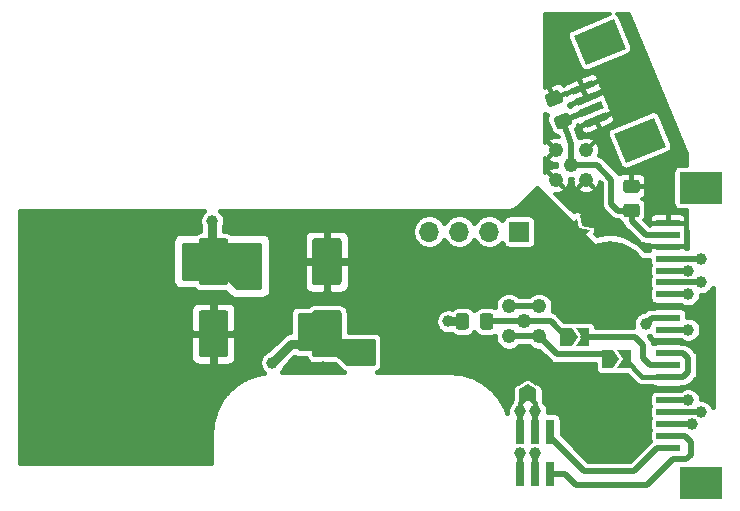
<source format=gbr>
G04 #@! TF.GenerationSoftware,KiCad,Pcbnew,5.1.6*
G04 #@! TF.CreationDate,2020-07-16T12:21:26+02:00*
G04 #@! TF.ProjectId,Head-Interconnect,48656164-2d49-46e7-9465-72636f6e6e65,rev?*
G04 #@! TF.SameCoordinates,Original*
G04 #@! TF.FileFunction,Copper,L1,Top*
G04 #@! TF.FilePolarity,Positive*
%FSLAX46Y46*%
G04 Gerber Fmt 4.6, Leading zero omitted, Abs format (unit mm)*
G04 Created by KiCad (PCBNEW 5.1.6) date 2020-07-16 12:21:26*
%MOMM*%
%LPD*%
G01*
G04 APERTURE LIST*
G04 #@! TA.AperFunction,SMDPad,CuDef*
%ADD10C,0.100000*%
G04 #@! TD*
G04 #@! TA.AperFunction,SMDPad,CuDef*
%ADD11R,3.600000X2.680000*%
G04 #@! TD*
G04 #@! TA.AperFunction,SMDPad,CuDef*
%ADD12R,2.000000X0.610000*%
G04 #@! TD*
G04 #@! TA.AperFunction,ComponentPad*
%ADD13O,1.700000X1.700000*%
G04 #@! TD*
G04 #@! TA.AperFunction,ComponentPad*
%ADD14R,1.700000X1.700000*%
G04 #@! TD*
G04 #@! TA.AperFunction,SMDPad,CuDef*
%ADD15R,0.750000X2.100000*%
G04 #@! TD*
G04 #@! TA.AperFunction,ComponentPad*
%ADD16C,1.000000*%
G04 #@! TD*
G04 #@! TA.AperFunction,ComponentPad*
%ADD17C,1.240000*%
G04 #@! TD*
G04 #@! TA.AperFunction,ComponentPad*
%ADD18C,0.800000*%
G04 #@! TD*
G04 #@! TA.AperFunction,ComponentPad*
%ADD19C,6.400000*%
G04 #@! TD*
G04 #@! TA.AperFunction,ViaPad*
%ADD20C,1.000000*%
G04 #@! TD*
G04 #@! TA.AperFunction,Conductor*
%ADD21C,0.800000*%
G04 #@! TD*
G04 #@! TA.AperFunction,Conductor*
%ADD22C,0.500000*%
G04 #@! TD*
G04 #@! TA.AperFunction,Conductor*
%ADD23C,0.400000*%
G04 #@! TD*
G04 #@! TA.AperFunction,Conductor*
%ADD24C,0.300000*%
G04 #@! TD*
G04 APERTURE END LIST*
G04 #@! TA.AperFunction,SMDPad,CuDef*
G36*
G01*
X164445590Y-86512900D02*
X163612899Y-86854412D01*
G75*
G02*
X163286733Y-86717974I-94864J231302D01*
G01*
X163040086Y-86116586D01*
G75*
G02*
X163176524Y-85790420I231302J94864D01*
G01*
X164009215Y-85448908D01*
G75*
G02*
X164335381Y-85585346I94864J-231302D01*
G01*
X164582028Y-86186734D01*
G75*
G02*
X164445590Y-86512900I-231302J-94864D01*
G01*
G37*
G04 #@! TD.AperFunction*
G04 #@! TA.AperFunction,SMDPad,CuDef*
G36*
G01*
X165223476Y-88409580D02*
X164390785Y-88751092D01*
G75*
G02*
X164064619Y-88614654I-94864J231302D01*
G01*
X163817972Y-88013266D01*
G75*
G02*
X163954410Y-87687100I231302J94864D01*
G01*
X164787101Y-87345588D01*
G75*
G02*
X165113267Y-87482026I94864J-231302D01*
G01*
X165359914Y-88083414D01*
G75*
G02*
X165223476Y-88409580I-231302J-94864D01*
G01*
G37*
G04 #@! TD.AperFunction*
G04 #@! TA.AperFunction,SMDPad,CuDef*
G36*
G01*
X170850001Y-94150000D02*
X169949999Y-94150000D01*
G75*
G02*
X169700000Y-93900001I0J249999D01*
G01*
X169700000Y-93249999D01*
G75*
G02*
X169949999Y-93000000I249999J0D01*
G01*
X170850001Y-93000000D01*
G75*
G02*
X171100000Y-93249999I0J-249999D01*
G01*
X171100000Y-93900001D01*
G75*
G02*
X170850001Y-94150000I-249999J0D01*
G01*
G37*
G04 #@! TD.AperFunction*
G04 #@! TA.AperFunction,SMDPad,CuDef*
G36*
G01*
X170850001Y-96200000D02*
X169949999Y-96200000D01*
G75*
G02*
X169700000Y-95950001I0J249999D01*
G01*
X169700000Y-95299999D01*
G75*
G02*
X169949999Y-95050000I249999J0D01*
G01*
X170850001Y-95050000D01*
G75*
G02*
X171100000Y-95299999I0J-249999D01*
G01*
X171100000Y-95950001D01*
G75*
G02*
X170850001Y-96200000I-249999J0D01*
G01*
G37*
G04 #@! TD.AperFunction*
G04 #@! TA.AperFunction,SMDPad,CuDef*
D10*
G36*
X169895301Y-81923112D02*
G01*
X166564546Y-83289154D01*
X165547603Y-80809592D01*
X168878358Y-79443550D01*
X169895301Y-81923112D01*
G37*
G04 #@! TD.AperFunction*
G04 #@! TA.AperFunction,SMDPad,CuDef*
G36*
X173302817Y-90231495D02*
G01*
X169972062Y-91597537D01*
X168955119Y-89117975D01*
X172285874Y-87751933D01*
X173302817Y-90231495D01*
G37*
G04 #@! TD.AperFunction*
G04 #@! TA.AperFunction,SMDPad,CuDef*
G36*
X167306382Y-85097940D02*
G01*
X165455962Y-85856852D01*
X165224494Y-85292474D01*
X167074914Y-84533562D01*
X167306382Y-85097940D01*
G37*
G04 #@! TD.AperFunction*
G04 #@! TA.AperFunction,SMDPad,CuDef*
G36*
X167685838Y-86023149D02*
G01*
X165835418Y-86782061D01*
X165603950Y-86217683D01*
X167454370Y-85458771D01*
X167685838Y-86023149D01*
G37*
G04 #@! TD.AperFunction*
G04 #@! TA.AperFunction,SMDPad,CuDef*
G36*
X168065295Y-86948359D02*
G01*
X166214875Y-87707271D01*
X165983407Y-87142893D01*
X167833827Y-86383981D01*
X168065295Y-86948359D01*
G37*
G04 #@! TD.AperFunction*
G04 #@! TA.AperFunction,SMDPad,CuDef*
G36*
X168444751Y-87873569D02*
G01*
X166594331Y-88632481D01*
X166362863Y-88068103D01*
X168213283Y-87309191D01*
X168444751Y-87873569D01*
G37*
G04 #@! TD.AperFunction*
D11*
X176300000Y-93710000D03*
X176300000Y-118690000D03*
D12*
X173500000Y-96700000D03*
X173500000Y-97700000D03*
X173500000Y-98700000D03*
X173500000Y-99700000D03*
X173500000Y-100700000D03*
X173500000Y-101700000D03*
X173500000Y-102700000D03*
X173500000Y-103700000D03*
X173500000Y-104700000D03*
X173500000Y-105700000D03*
X173500000Y-106700000D03*
X173500000Y-107700000D03*
X173500000Y-108700000D03*
X173500000Y-109700000D03*
X173500000Y-110700000D03*
X173500000Y-111700000D03*
X173500000Y-112700000D03*
X173500000Y-113700000D03*
X173500000Y-114700000D03*
X173500000Y-115700000D03*
G04 #@! TA.AperFunction,SMDPad,CuDef*
D10*
G36*
X161597000Y-110273000D02*
G01*
X162347000Y-110773000D01*
X162347000Y-111773000D01*
X160847000Y-111773000D01*
X160847000Y-110773000D01*
X161597000Y-110273000D01*
G37*
G04 #@! TD.AperFunction*
G04 #@! TA.AperFunction,SMDPad,CuDef*
G36*
X162347000Y-109323000D02*
G01*
X162347000Y-110473000D01*
X161597000Y-109973000D01*
X160847000Y-110473000D01*
X160847000Y-109323000D01*
X162347000Y-109323000D01*
G37*
G04 #@! TD.AperFunction*
G04 #@! TA.AperFunction,SMDPad,CuDef*
G36*
X166205545Y-96894455D02*
G01*
X166028769Y-96010571D01*
X166735875Y-95303465D01*
X167796535Y-96364125D01*
X167089429Y-97071231D01*
X166205545Y-96894455D01*
G37*
G04 #@! TD.AperFunction*
G04 #@! TA.AperFunction,SMDPad,CuDef*
G36*
X165003465Y-97035875D02*
G01*
X165816637Y-96222703D01*
X165993414Y-97106586D01*
X166877297Y-97283363D01*
X166064125Y-98096535D01*
X165003465Y-97035875D01*
G37*
G04 #@! TD.AperFunction*
D13*
X153280000Y-97400000D03*
X155820000Y-97400000D03*
X158360000Y-97400000D03*
D14*
X160900000Y-97400000D03*
D15*
X160962000Y-114336000D03*
X160962000Y-117936000D03*
X162232000Y-114336000D03*
X162232000Y-117936000D03*
X163502000Y-114336000D03*
X163502000Y-117936000D03*
D16*
X134900000Y-96500000D03*
X131700000Y-112300000D03*
X140000000Y-108500000D03*
D17*
X164030000Y-93070000D03*
X166570000Y-90530000D03*
X166570000Y-93070000D03*
X164030000Y-90530000D03*
X165300000Y-91800000D03*
G04 #@! TA.AperFunction,SMDPad,CuDef*
D10*
G36*
X169375000Y-108200000D02*
G01*
X168875000Y-108950000D01*
X167875000Y-108950000D01*
X167875000Y-107450000D01*
X168875000Y-107450000D01*
X169375000Y-108200000D01*
G37*
G04 #@! TD.AperFunction*
G04 #@! TA.AperFunction,SMDPad,CuDef*
G36*
X170325000Y-108950000D02*
G01*
X169175000Y-108950000D01*
X169675000Y-108200000D01*
X169175000Y-107450000D01*
X170325000Y-107450000D01*
X170325000Y-108950000D01*
G37*
G04 #@! TD.AperFunction*
G04 #@! TA.AperFunction,SMDPad,CuDef*
G36*
X165875000Y-106300000D02*
G01*
X165375000Y-107050000D01*
X164375000Y-107050000D01*
X164375000Y-105550000D01*
X165375000Y-105550000D01*
X165875000Y-106300000D01*
G37*
G04 #@! TD.AperFunction*
G04 #@! TA.AperFunction,SMDPad,CuDef*
G36*
X166825000Y-107050000D02*
G01*
X165675000Y-107050000D01*
X166175000Y-106300000D01*
X165675000Y-105550000D01*
X166825000Y-105550000D01*
X166825000Y-107050000D01*
G37*
G04 #@! TD.AperFunction*
D17*
X160030000Y-106270000D03*
X162570000Y-103730000D03*
X162570000Y-106270000D03*
X160030000Y-103730000D03*
X161300000Y-105000000D03*
D18*
X170297056Y-111902944D03*
X168600000Y-111200000D03*
X166902944Y-111902944D03*
X166200000Y-113600000D03*
X166902944Y-115297056D03*
X168600000Y-116000000D03*
X170297056Y-115297056D03*
X171000000Y-113600000D03*
D19*
X168600000Y-113600000D03*
D18*
X170297056Y-99702944D03*
X168600000Y-99000000D03*
X166902944Y-99702944D03*
X166200000Y-101400000D03*
X166902944Y-103097056D03*
X168600000Y-103800000D03*
X170297056Y-103097056D03*
X171000000Y-101400000D03*
D19*
X168600000Y-101400000D03*
D18*
X128097056Y-111902944D03*
X126400000Y-111200000D03*
X124702944Y-111902944D03*
X124000000Y-113600000D03*
X124702944Y-115297056D03*
X126400000Y-116000000D03*
X128097056Y-115297056D03*
X128800000Y-113600000D03*
D19*
X126400000Y-113600000D03*
D18*
X128097056Y-99702944D03*
X126400000Y-99000000D03*
X124702944Y-99702944D03*
X124000000Y-101400000D03*
X124702944Y-103097056D03*
X126400000Y-103800000D03*
X128097056Y-103097056D03*
X128800000Y-101400000D03*
D19*
X126400000Y-101400000D03*
G04 #@! TA.AperFunction,SMDPad,CuDef*
G36*
G01*
X156650000Y-104549999D02*
X156650000Y-105450001D01*
G75*
G02*
X156400001Y-105700000I-249999J0D01*
G01*
X155749999Y-105700000D01*
G75*
G02*
X155500000Y-105450001I0J249999D01*
G01*
X155500000Y-104549999D01*
G75*
G02*
X155749999Y-104300000I249999J0D01*
G01*
X156400001Y-104300000D01*
G75*
G02*
X156650000Y-104549999I0J-249999D01*
G01*
G37*
G04 #@! TD.AperFunction*
G04 #@! TA.AperFunction,SMDPad,CuDef*
G36*
G01*
X158700000Y-104549999D02*
X158700000Y-105450001D01*
G75*
G02*
X158450001Y-105700000I-249999J0D01*
G01*
X157799999Y-105700000D01*
G75*
G02*
X157550000Y-105450001I0J249999D01*
G01*
X157550000Y-104549999D01*
G75*
G02*
X157799999Y-104300000I249999J0D01*
G01*
X158450001Y-104300000D01*
G75*
G02*
X158700000Y-104549999I0J-249999D01*
G01*
G37*
G04 #@! TD.AperFunction*
G04 #@! TA.AperFunction,SMDPad,CuDef*
G36*
G01*
X136000000Y-101950000D02*
X134000000Y-101950000D01*
G75*
G02*
X133750000Y-101700000I0J250000D01*
G01*
X133750000Y-98200000D01*
G75*
G02*
X134000000Y-97950000I250000J0D01*
G01*
X136000000Y-97950000D01*
G75*
G02*
X136250000Y-98200000I0J-250000D01*
G01*
X136250000Y-101700000D01*
G75*
G02*
X136000000Y-101950000I-250000J0D01*
G01*
G37*
G04 #@! TD.AperFunction*
G04 #@! TA.AperFunction,SMDPad,CuDef*
G36*
G01*
X136000000Y-108050000D02*
X134000000Y-108050000D01*
G75*
G02*
X133750000Y-107800000I0J250000D01*
G01*
X133750000Y-104300000D01*
G75*
G02*
X134000000Y-104050000I250000J0D01*
G01*
X136000000Y-104050000D01*
G75*
G02*
X136250000Y-104300000I0J-250000D01*
G01*
X136250000Y-107800000D01*
G75*
G02*
X136000000Y-108050000I-250000J0D01*
G01*
G37*
G04 #@! TD.AperFunction*
G04 #@! TA.AperFunction,SMDPad,CuDef*
G36*
G01*
X145600000Y-101950000D02*
X143600000Y-101950000D01*
G75*
G02*
X143350000Y-101700000I0J250000D01*
G01*
X143350000Y-98200000D01*
G75*
G02*
X143600000Y-97950000I250000J0D01*
G01*
X145600000Y-97950000D01*
G75*
G02*
X145850000Y-98200000I0J-250000D01*
G01*
X145850000Y-101700000D01*
G75*
G02*
X145600000Y-101950000I-250000J0D01*
G01*
G37*
G04 #@! TD.AperFunction*
G04 #@! TA.AperFunction,SMDPad,CuDef*
G36*
G01*
X145600000Y-108050000D02*
X143600000Y-108050000D01*
G75*
G02*
X143350000Y-107800000I0J250000D01*
G01*
X143350000Y-104300000D01*
G75*
G02*
X143600000Y-104050000I250000J0D01*
G01*
X145600000Y-104050000D01*
G75*
G02*
X145850000Y-104300000I0J-250000D01*
G01*
X145850000Y-107800000D01*
G75*
G02*
X145600000Y-108050000I-250000J0D01*
G01*
G37*
G04 #@! TD.AperFunction*
D20*
X154900000Y-105000000D03*
X175200000Y-102700000D03*
X175200000Y-100700000D03*
X176300000Y-101700000D03*
X176300000Y-99700000D03*
X175900000Y-110500000D03*
X161300000Y-107500000D03*
X151300000Y-98700000D03*
X141300000Y-98700000D03*
X144300000Y-108900000D03*
X138100000Y-108900000D03*
X134900000Y-102900000D03*
X134300000Y-116500000D03*
X120300000Y-116500000D03*
X121400000Y-96400000D03*
X126400000Y-107500000D03*
X141300000Y-96100000D03*
X136700000Y-96500000D03*
X133000000Y-96500000D03*
X137500000Y-101700000D03*
X138500000Y-100700000D03*
X138500000Y-101700000D03*
X137500000Y-100700000D03*
X132900000Y-100900000D03*
X132900000Y-99900000D03*
X132900000Y-98900000D03*
X171600000Y-105200000D03*
X147100000Y-107100000D03*
X147100000Y-108100000D03*
X148100000Y-107100000D03*
X148100000Y-108100000D03*
X142700000Y-104900000D03*
X142700000Y-105900000D03*
X142700000Y-106900000D03*
X175200000Y-105700000D03*
X160962000Y-112580000D03*
X162232000Y-112580000D03*
X175200000Y-111700000D03*
X176300000Y-112700000D03*
X160962000Y-116136000D03*
X175500000Y-113700000D03*
X162232000Y-116136000D03*
D21*
X156075000Y-105000000D02*
X154900000Y-105000000D01*
D22*
X164100000Y-107800000D02*
X162570000Y-106270000D01*
X167975000Y-107800000D02*
X164100000Y-107800000D01*
X168375000Y-108200000D02*
X167975000Y-107800000D01*
X162570000Y-106270000D02*
X160030000Y-106270000D01*
X160030000Y-103730000D02*
X162570000Y-103730000D01*
X158125000Y-105000000D02*
X161300000Y-105000000D01*
X163575000Y-105000000D02*
X164875000Y-106300000D01*
X161300000Y-105000000D02*
X163575000Y-105000000D01*
X173500000Y-102700000D02*
X175200000Y-102700000D01*
X173500000Y-100700000D02*
X175200000Y-100700000D01*
X173500000Y-101700000D02*
X176300000Y-101700000D01*
X173500000Y-99700000D02*
X176300000Y-99700000D01*
X174800000Y-107700000D02*
X173500000Y-107700000D01*
X175200000Y-108100000D02*
X174800000Y-107700000D01*
X175200000Y-109300000D02*
X175200000Y-108100000D01*
X174800000Y-109700000D02*
X175200000Y-109300000D01*
X173500000Y-109700000D02*
X174800000Y-109700000D01*
D23*
X171325000Y-109700000D02*
X169825000Y-108200000D01*
X173500000Y-109700000D02*
X171325000Y-109700000D01*
D22*
X173500000Y-108700000D02*
X172000000Y-108700000D01*
X172000000Y-108700000D02*
X171400000Y-108100000D01*
X171400000Y-108100000D02*
X171400000Y-107000000D01*
X171400000Y-107000000D02*
X170700000Y-106300000D01*
X170700000Y-106300000D02*
X166325000Y-106300000D01*
D23*
X161597000Y-109823000D02*
X161597000Y-108803000D01*
D21*
X134900000Y-99850000D02*
X135000000Y-99950000D01*
X134900000Y-96500000D02*
X134900000Y-99850000D01*
D22*
X172100000Y-104700000D02*
X171600000Y-105200000D01*
X173500000Y-104700000D02*
X172100000Y-104700000D01*
D21*
X141600000Y-106900000D02*
X140000000Y-108500000D01*
X142700000Y-106900000D02*
X141600000Y-106900000D01*
D22*
X173500000Y-105700000D02*
X175200000Y-105700000D01*
X160962000Y-114336000D02*
X160962000Y-112580000D01*
X162232000Y-114336000D02*
X162232000Y-112580000D01*
D23*
X160962000Y-111908000D02*
X161597000Y-111273000D01*
X160962000Y-112580000D02*
X160962000Y-111908000D01*
X162232000Y-111908000D02*
X161597000Y-111273000D01*
X162232000Y-112580000D02*
X162232000Y-111908000D01*
D22*
X175200000Y-111700000D02*
X173500000Y-111700000D01*
X173500000Y-112700000D02*
X176300000Y-112700000D01*
X160962000Y-117936000D02*
X160962000Y-116136000D01*
X173500000Y-113700000D02*
X175500000Y-113700000D01*
X162232000Y-117936000D02*
X162232000Y-116136000D01*
X164736000Y-117936000D02*
X163502000Y-117936000D01*
X173900000Y-116700000D02*
X171700000Y-118900000D01*
X175000000Y-116700000D02*
X173900000Y-116700000D01*
X175400000Y-116300000D02*
X175000000Y-116700000D01*
X175400000Y-115200000D02*
X175400000Y-116300000D01*
X165700000Y-118900000D02*
X164736000Y-117936000D01*
X171700000Y-118900000D02*
X165700000Y-118900000D01*
X174900000Y-114700000D02*
X175400000Y-115200000D01*
X173500000Y-114700000D02*
X174900000Y-114700000D01*
X163502000Y-114802000D02*
X163502000Y-114336000D01*
X170600000Y-117700000D02*
X166400000Y-117700000D01*
X166400000Y-117700000D02*
X163502000Y-114802000D01*
X172600000Y-115700000D02*
X170600000Y-117700000D01*
X173500000Y-115700000D02*
X172600000Y-115700000D01*
X167024351Y-87045626D02*
X164588943Y-88048340D01*
X165300000Y-91800000D02*
X165300000Y-90000000D01*
X165300000Y-90000000D02*
X164588943Y-88048340D01*
X170400000Y-96500000D02*
X170400000Y-95625000D01*
X171600000Y-97700000D02*
X170400000Y-96500000D01*
X173500000Y-97700000D02*
X171600000Y-97700000D01*
X167500000Y-91800000D02*
X165300000Y-91800000D01*
X168700000Y-93000000D02*
X167500000Y-91800000D01*
X168700000Y-95100000D02*
X168700000Y-93000000D01*
X169225000Y-95625000D02*
X168700000Y-95100000D01*
X170400000Y-95625000D02*
X169225000Y-95625000D01*
D24*
G36*
X165337892Y-80298265D02*
G01*
X165242167Y-80349002D01*
X165158179Y-80417440D01*
X165089157Y-80500948D01*
X165037752Y-80596317D01*
X165005941Y-80699882D01*
X164994945Y-80807663D01*
X165005188Y-80915518D01*
X165036276Y-81019303D01*
X166053219Y-83498865D01*
X166103956Y-83594590D01*
X166172394Y-83678578D01*
X166255902Y-83747600D01*
X166351271Y-83799005D01*
X166454836Y-83830816D01*
X166562617Y-83841812D01*
X166670472Y-83831569D01*
X166774257Y-83800481D01*
X170105012Y-82434439D01*
X170200737Y-82383702D01*
X170284725Y-82315264D01*
X170353747Y-82231756D01*
X170405152Y-82136387D01*
X170436963Y-82032822D01*
X170447959Y-81925041D01*
X170437716Y-81817186D01*
X170406628Y-81713401D01*
X169389685Y-79233839D01*
X169338948Y-79138114D01*
X169270510Y-79054126D01*
X169187002Y-78985104D01*
X169168257Y-78975000D01*
X170214927Y-78975000D01*
X175110868Y-90865144D01*
X175115338Y-91817339D01*
X174500000Y-91817339D01*
X174392181Y-91827958D01*
X174288506Y-91859408D01*
X174192958Y-91910479D01*
X174109210Y-91979210D01*
X174040479Y-92062958D01*
X173989408Y-92158506D01*
X173957958Y-92262181D01*
X173947339Y-92370000D01*
X173947339Y-95050000D01*
X173957958Y-95157819D01*
X173989408Y-95261494D01*
X174040479Y-95357042D01*
X174109210Y-95440790D01*
X174192958Y-95509521D01*
X174288506Y-95560592D01*
X174392181Y-95592042D01*
X174500000Y-95602661D01*
X175133109Y-95602661D01*
X175148590Y-98900000D01*
X175050283Y-98900000D01*
X175050000Y-98887500D01*
X174912500Y-98750000D01*
X173550000Y-98750000D01*
X173550000Y-98770000D01*
X173450000Y-98770000D01*
X173450000Y-98750000D01*
X172087500Y-98750000D01*
X171950000Y-98887500D01*
X171947339Y-99005000D01*
X171951771Y-99050000D01*
X171539867Y-99050000D01*
X171512815Y-99009514D01*
X170990486Y-98487185D01*
X170376291Y-98076793D01*
X169693835Y-97794110D01*
X168969343Y-97650000D01*
X168230657Y-97650000D01*
X167506229Y-97794097D01*
X167321397Y-97609265D01*
X167336496Y-97590886D01*
X167387668Y-97495391D01*
X167419226Y-97391749D01*
X167429958Y-97283941D01*
X167419451Y-97176111D01*
X167388110Y-97072403D01*
X167337139Y-96976802D01*
X167268496Y-96892982D01*
X167184820Y-96824164D01*
X167089325Y-96772992D01*
X166985683Y-96741434D01*
X166463086Y-96636914D01*
X166358566Y-96114317D01*
X166327229Y-96011209D01*
X166276158Y-95915661D01*
X166207427Y-95831913D01*
X166123679Y-95763182D01*
X166028131Y-95712111D01*
X165924456Y-95680661D01*
X165816637Y-95670042D01*
X165708818Y-95680661D01*
X165605143Y-95712111D01*
X165509595Y-95763182D01*
X165490766Y-95778634D01*
X163949785Y-94237653D01*
X164033847Y-94245655D01*
X164263132Y-94222315D01*
X164483458Y-94154691D01*
X164679960Y-94049658D01*
X164727883Y-93838594D01*
X165872117Y-93838594D01*
X165920040Y-94049658D01*
X166123651Y-94157636D01*
X166344415Y-94223816D01*
X166573847Y-94245655D01*
X166803132Y-94222315D01*
X167023458Y-94154691D01*
X167219960Y-94049658D01*
X167267883Y-93838594D01*
X166570000Y-93140711D01*
X165872117Y-93838594D01*
X164727883Y-93838594D01*
X164030000Y-93140711D01*
X164015858Y-93154853D01*
X163945147Y-93084142D01*
X163959289Y-93070000D01*
X163261406Y-92372117D01*
X163075000Y-92414441D01*
X163075000Y-91185559D01*
X163261406Y-91227883D01*
X163959289Y-90530000D01*
X163261406Y-89832117D01*
X163075000Y-89874441D01*
X163075000Y-87408824D01*
X163168322Y-87459125D01*
X163271887Y-87490937D01*
X163367008Y-87500640D01*
X163308790Y-87608650D01*
X163262588Y-87759064D01*
X163246619Y-87915600D01*
X163261495Y-88072244D01*
X163306645Y-88222976D01*
X163553292Y-88824364D01*
X163626981Y-88963392D01*
X163726377Y-89085372D01*
X163847660Y-89185617D01*
X163986170Y-89260275D01*
X164136583Y-89306476D01*
X164198173Y-89312759D01*
X164220049Y-89372801D01*
X164026153Y-89354345D01*
X163796868Y-89377685D01*
X163576542Y-89445309D01*
X163380040Y-89550342D01*
X163332117Y-89761406D01*
X164030000Y-90459289D01*
X164044142Y-90445147D01*
X164114853Y-90515858D01*
X164100711Y-90530000D01*
X164114853Y-90544142D01*
X164044142Y-90614853D01*
X164030000Y-90600711D01*
X163332117Y-91298594D01*
X163380040Y-91509658D01*
X163583651Y-91617636D01*
X163804415Y-91683816D01*
X164033847Y-91705655D01*
X164130000Y-91695867D01*
X164130000Y-91904230D01*
X164026153Y-91894345D01*
X163796868Y-91917685D01*
X163576542Y-91985309D01*
X163380040Y-92090342D01*
X163332117Y-92301406D01*
X164030000Y-92999289D01*
X164044142Y-92985147D01*
X164114853Y-93055858D01*
X164100711Y-93070000D01*
X164798594Y-93767883D01*
X165009658Y-93719960D01*
X165117636Y-93516349D01*
X165183816Y-93295585D01*
X165205655Y-93066153D01*
X165195867Y-92970000D01*
X165404230Y-92970000D01*
X165394345Y-93073847D01*
X165417685Y-93303132D01*
X165485309Y-93523458D01*
X165590342Y-93719960D01*
X165801406Y-93767883D01*
X166499289Y-93070000D01*
X166485147Y-93055858D01*
X166555858Y-92985147D01*
X166570000Y-92999289D01*
X166584142Y-92985147D01*
X166654853Y-93055858D01*
X166640711Y-93070000D01*
X167338594Y-93767883D01*
X167549658Y-93719960D01*
X167657636Y-93516349D01*
X167723816Y-93295585D01*
X167736019Y-93167389D01*
X167900001Y-93331372D01*
X167900000Y-95060709D01*
X167896130Y-95100000D01*
X167900000Y-95139291D01*
X167900000Y-95139292D01*
X167911576Y-95256826D01*
X167941976Y-95357042D01*
X167957321Y-95407627D01*
X168031607Y-95546606D01*
X168077151Y-95602101D01*
X168131578Y-95668422D01*
X168162103Y-95693473D01*
X168631527Y-96162897D01*
X168656578Y-96193422D01*
X168730233Y-96253869D01*
X168778393Y-96293393D01*
X168871525Y-96343173D01*
X168917372Y-96367679D01*
X169068173Y-96413424D01*
X169185707Y-96425000D01*
X169185708Y-96425000D01*
X169224999Y-96428870D01*
X169264290Y-96425000D01*
X169306465Y-96425000D01*
X169382433Y-96517567D01*
X169504065Y-96617388D01*
X169618103Y-96678343D01*
X169633419Y-96728833D01*
X169657321Y-96807627D01*
X169731607Y-96946606D01*
X169777151Y-97002101D01*
X169831578Y-97068422D01*
X169862103Y-97093473D01*
X171006531Y-98237902D01*
X171031578Y-98268422D01*
X171062098Y-98293469D01*
X171153393Y-98368393D01*
X171292372Y-98442679D01*
X171443173Y-98488424D01*
X171560707Y-98500000D01*
X171560716Y-98500000D01*
X171599999Y-98503869D01*
X171639282Y-98500000D01*
X171949717Y-98500000D01*
X171950000Y-98512500D01*
X172087500Y-98650000D01*
X173450000Y-98650000D01*
X173450000Y-98630000D01*
X173550000Y-98630000D01*
X173550000Y-98650000D01*
X174912500Y-98650000D01*
X175050000Y-98512500D01*
X175052661Y-98395000D01*
X175042042Y-98287181D01*
X175015595Y-98200000D01*
X175042042Y-98112819D01*
X175052661Y-98005000D01*
X175052661Y-97395000D01*
X175042042Y-97287181D01*
X175015595Y-97200000D01*
X175042042Y-97112819D01*
X175052661Y-97005000D01*
X175050000Y-96887500D01*
X174912500Y-96750000D01*
X173550000Y-96750000D01*
X173550000Y-96770000D01*
X173450000Y-96770000D01*
X173450000Y-96750000D01*
X172087500Y-96750000D01*
X171950000Y-96887500D01*
X171949717Y-96900000D01*
X171931371Y-96900000D01*
X171476783Y-96445412D01*
X171517388Y-96395935D01*
X171517887Y-96395000D01*
X171947339Y-96395000D01*
X171950000Y-96512500D01*
X172087500Y-96650000D01*
X173450000Y-96650000D01*
X173450000Y-95982500D01*
X173550000Y-95982500D01*
X173550000Y-96650000D01*
X174912500Y-96650000D01*
X175050000Y-96512500D01*
X175052661Y-96395000D01*
X175042042Y-96287181D01*
X175010592Y-96183506D01*
X174959521Y-96087958D01*
X174890790Y-96004210D01*
X174807042Y-95935479D01*
X174711494Y-95884408D01*
X174607819Y-95852958D01*
X174500000Y-95842339D01*
X173687500Y-95845000D01*
X173550000Y-95982500D01*
X173450000Y-95982500D01*
X173312500Y-95845000D01*
X172500000Y-95842339D01*
X172392181Y-95852958D01*
X172288506Y-95884408D01*
X172192958Y-95935479D01*
X172109210Y-96004210D01*
X172040479Y-96087958D01*
X171989408Y-96183506D01*
X171957958Y-96287181D01*
X171947339Y-96395000D01*
X171517887Y-96395000D01*
X171591562Y-96257166D01*
X171637238Y-96106592D01*
X171652661Y-95950001D01*
X171652661Y-95299999D01*
X171637238Y-95143408D01*
X171591562Y-94992834D01*
X171517388Y-94854065D01*
X171417567Y-94732433D01*
X171322718Y-94654593D01*
X171407042Y-94609521D01*
X171490790Y-94540790D01*
X171559521Y-94457042D01*
X171610592Y-94361494D01*
X171642042Y-94257819D01*
X171652661Y-94150000D01*
X171650000Y-93762500D01*
X171512500Y-93625000D01*
X170450000Y-93625000D01*
X170450000Y-93645000D01*
X170350000Y-93645000D01*
X170350000Y-93625000D01*
X170330000Y-93625000D01*
X170330000Y-93525000D01*
X170350000Y-93525000D01*
X170350000Y-92587500D01*
X170450000Y-92587500D01*
X170450000Y-93525000D01*
X171512500Y-93525000D01*
X171650000Y-93387500D01*
X171652661Y-93000000D01*
X171642042Y-92892181D01*
X171610592Y-92788506D01*
X171559521Y-92692958D01*
X171490790Y-92609210D01*
X171407042Y-92540479D01*
X171311494Y-92489408D01*
X171207819Y-92457958D01*
X171100000Y-92447339D01*
X170587500Y-92450000D01*
X170450000Y-92587500D01*
X170350000Y-92587500D01*
X170212500Y-92450000D01*
X169700000Y-92447339D01*
X169592181Y-92457958D01*
X169488506Y-92489408D01*
X169392958Y-92540479D01*
X169371085Y-92558430D01*
X169368393Y-92553393D01*
X169293469Y-92462098D01*
X169268422Y-92431578D01*
X169237902Y-92406531D01*
X168093473Y-91262103D01*
X168068422Y-91231578D01*
X167946606Y-91131607D01*
X167807628Y-91057321D01*
X167656827Y-91011576D01*
X167639842Y-91009903D01*
X167657636Y-90976349D01*
X167723816Y-90755585D01*
X167745655Y-90526153D01*
X167722315Y-90296868D01*
X167654691Y-90076542D01*
X167549658Y-89880040D01*
X167338594Y-89832117D01*
X166640711Y-90530000D01*
X166654853Y-90544142D01*
X166584142Y-90614853D01*
X166570000Y-90600711D01*
X166555858Y-90614853D01*
X166485147Y-90544142D01*
X166499289Y-90530000D01*
X166485147Y-90515858D01*
X166555858Y-90445147D01*
X166570000Y-90459289D01*
X167267883Y-89761406D01*
X167219960Y-89550342D01*
X167016349Y-89442364D01*
X166795585Y-89376184D01*
X166566153Y-89354345D01*
X166336868Y-89377685D01*
X166116542Y-89445309D01*
X165976601Y-89520110D01*
X165694913Y-88746952D01*
X165706882Y-88732470D01*
X166040880Y-88732470D01*
X166083004Y-88842192D01*
X166133741Y-88937917D01*
X166202179Y-89021905D01*
X166285687Y-89090927D01*
X166381056Y-89142332D01*
X166484621Y-89174143D01*
X166592402Y-89185139D01*
X166700257Y-89174896D01*
X166804042Y-89143808D01*
X166871106Y-89116046D01*
X168402461Y-89116046D01*
X168412704Y-89223901D01*
X168443792Y-89327686D01*
X169460735Y-91807248D01*
X169511472Y-91902973D01*
X169579910Y-91986961D01*
X169663418Y-92055983D01*
X169758787Y-92107388D01*
X169862352Y-92139199D01*
X169970133Y-92150195D01*
X170077988Y-92139952D01*
X170181773Y-92108864D01*
X173512528Y-90742822D01*
X173608253Y-90692085D01*
X173692241Y-90623647D01*
X173761263Y-90540139D01*
X173812668Y-90444770D01*
X173844479Y-90341205D01*
X173855475Y-90233424D01*
X173845232Y-90125569D01*
X173814144Y-90021784D01*
X172797201Y-87542222D01*
X172746464Y-87446497D01*
X172678026Y-87362509D01*
X172594518Y-87293487D01*
X172499149Y-87242082D01*
X172395584Y-87210271D01*
X172287803Y-87199275D01*
X172179948Y-87209518D01*
X172076163Y-87240606D01*
X168745408Y-88606648D01*
X168649683Y-88657385D01*
X168565695Y-88725823D01*
X168496673Y-88809331D01*
X168445268Y-88904700D01*
X168413457Y-89008265D01*
X168402461Y-89116046D01*
X166871106Y-89116046D01*
X167554765Y-88833038D01*
X167629806Y-88653647D01*
X167376519Y-88036069D01*
X166115921Y-88553078D01*
X166040880Y-88732470D01*
X165706882Y-88732470D01*
X165794439Y-88626539D01*
X165869096Y-88488030D01*
X165900357Y-88386258D01*
X166077975Y-88460557D01*
X167205503Y-87998124D01*
X167469040Y-87998124D01*
X167722327Y-88615701D01*
X167901719Y-88690742D01*
X168654461Y-88384896D01*
X168750187Y-88334159D01*
X168834174Y-88265721D01*
X168903197Y-88182213D01*
X168954601Y-88086844D01*
X168986413Y-87983279D01*
X168997408Y-87875498D01*
X168987166Y-87767643D01*
X168956078Y-87663858D01*
X168909030Y-87556156D01*
X168729639Y-87481115D01*
X167469040Y-87998124D01*
X167205503Y-87998124D01*
X167338574Y-87943548D01*
X167330985Y-87925044D01*
X167423506Y-87887099D01*
X167431095Y-87905603D01*
X168691693Y-87388594D01*
X168766734Y-87209202D01*
X168724610Y-87099480D01*
X168673873Y-87003755D01*
X168616323Y-86933129D01*
X168607710Y-86842433D01*
X168576622Y-86738649D01*
X168345154Y-86174271D01*
X168294417Y-86078545D01*
X168236865Y-86007917D01*
X168228253Y-85917223D01*
X168197165Y-85813438D01*
X168150117Y-85705736D01*
X167970726Y-85630695D01*
X166710127Y-86147704D01*
X166717716Y-86166208D01*
X166625195Y-86204153D01*
X166617606Y-86185649D01*
X165357008Y-86702658D01*
X165281967Y-86882050D01*
X165283420Y-86885834D01*
X165191716Y-86836405D01*
X165074424Y-86800377D01*
X165135337Y-86726681D01*
X165186741Y-86631311D01*
X165207571Y-86563499D01*
X165319062Y-86610137D01*
X166579661Y-86093128D01*
X166326374Y-85475551D01*
X166326373Y-85475551D01*
X166238150Y-85260440D01*
X164977552Y-85777449D01*
X164960541Y-85818115D01*
X164859326Y-85775776D01*
X163876290Y-86178948D01*
X163883879Y-86197452D01*
X163791358Y-86235397D01*
X163783769Y-86216893D01*
X163765265Y-86224482D01*
X163727320Y-86131961D01*
X163745824Y-86124372D01*
X163390084Y-85256988D01*
X163299374Y-85219043D01*
X163482605Y-85219043D01*
X163838345Y-86086427D01*
X164821380Y-85683255D01*
X164838391Y-85642589D01*
X164939606Y-85684928D01*
X166067134Y-85222495D01*
X166330671Y-85222495D01*
X166583958Y-85840072D01*
X166583959Y-85840072D01*
X166672182Y-86055183D01*
X167932780Y-85538174D01*
X168007821Y-85358782D01*
X167965697Y-85249060D01*
X167914960Y-85153335D01*
X167857409Y-85082708D01*
X167848797Y-84992014D01*
X167817709Y-84888229D01*
X167770661Y-84780527D01*
X167591270Y-84705486D01*
X166330671Y-85222495D01*
X166067134Y-85222495D01*
X166200205Y-85167919D01*
X165946918Y-84550342D01*
X165856205Y-84512396D01*
X166039439Y-84512396D01*
X166292726Y-85129974D01*
X167553324Y-84612965D01*
X167628365Y-84433573D01*
X167586241Y-84323851D01*
X167535504Y-84228126D01*
X167467066Y-84144138D01*
X167383558Y-84075116D01*
X167288189Y-84023711D01*
X167184624Y-83991900D01*
X167076843Y-83980904D01*
X166968988Y-83991147D01*
X166865203Y-84022235D01*
X166114480Y-84333005D01*
X166039439Y-84512396D01*
X165856205Y-84512396D01*
X165767526Y-84475301D01*
X165014784Y-84781147D01*
X164919058Y-84831884D01*
X164835071Y-84900322D01*
X164766048Y-84983830D01*
X164715993Y-85076696D01*
X164701106Y-85048609D01*
X164632668Y-84964622D01*
X164549161Y-84895599D01*
X164453792Y-84844195D01*
X164350227Y-84812383D01*
X164242446Y-84801388D01*
X164134591Y-84811630D01*
X164030806Y-84842718D01*
X163557646Y-85039651D01*
X163482605Y-85219043D01*
X163299374Y-85219043D01*
X163210692Y-85181947D01*
X163075000Y-85236777D01*
X163075000Y-78975000D01*
X168564346Y-78975000D01*
X165337892Y-80298265D01*
G37*
X165337892Y-80298265D02*
X165242167Y-80349002D01*
X165158179Y-80417440D01*
X165089157Y-80500948D01*
X165037752Y-80596317D01*
X165005941Y-80699882D01*
X164994945Y-80807663D01*
X165005188Y-80915518D01*
X165036276Y-81019303D01*
X166053219Y-83498865D01*
X166103956Y-83594590D01*
X166172394Y-83678578D01*
X166255902Y-83747600D01*
X166351271Y-83799005D01*
X166454836Y-83830816D01*
X166562617Y-83841812D01*
X166670472Y-83831569D01*
X166774257Y-83800481D01*
X170105012Y-82434439D01*
X170200737Y-82383702D01*
X170284725Y-82315264D01*
X170353747Y-82231756D01*
X170405152Y-82136387D01*
X170436963Y-82032822D01*
X170447959Y-81925041D01*
X170437716Y-81817186D01*
X170406628Y-81713401D01*
X169389685Y-79233839D01*
X169338948Y-79138114D01*
X169270510Y-79054126D01*
X169187002Y-78985104D01*
X169168257Y-78975000D01*
X170214927Y-78975000D01*
X175110868Y-90865144D01*
X175115338Y-91817339D01*
X174500000Y-91817339D01*
X174392181Y-91827958D01*
X174288506Y-91859408D01*
X174192958Y-91910479D01*
X174109210Y-91979210D01*
X174040479Y-92062958D01*
X173989408Y-92158506D01*
X173957958Y-92262181D01*
X173947339Y-92370000D01*
X173947339Y-95050000D01*
X173957958Y-95157819D01*
X173989408Y-95261494D01*
X174040479Y-95357042D01*
X174109210Y-95440790D01*
X174192958Y-95509521D01*
X174288506Y-95560592D01*
X174392181Y-95592042D01*
X174500000Y-95602661D01*
X175133109Y-95602661D01*
X175148590Y-98900000D01*
X175050283Y-98900000D01*
X175050000Y-98887500D01*
X174912500Y-98750000D01*
X173550000Y-98750000D01*
X173550000Y-98770000D01*
X173450000Y-98770000D01*
X173450000Y-98750000D01*
X172087500Y-98750000D01*
X171950000Y-98887500D01*
X171947339Y-99005000D01*
X171951771Y-99050000D01*
X171539867Y-99050000D01*
X171512815Y-99009514D01*
X170990486Y-98487185D01*
X170376291Y-98076793D01*
X169693835Y-97794110D01*
X168969343Y-97650000D01*
X168230657Y-97650000D01*
X167506229Y-97794097D01*
X167321397Y-97609265D01*
X167336496Y-97590886D01*
X167387668Y-97495391D01*
X167419226Y-97391749D01*
X167429958Y-97283941D01*
X167419451Y-97176111D01*
X167388110Y-97072403D01*
X167337139Y-96976802D01*
X167268496Y-96892982D01*
X167184820Y-96824164D01*
X167089325Y-96772992D01*
X166985683Y-96741434D01*
X166463086Y-96636914D01*
X166358566Y-96114317D01*
X166327229Y-96011209D01*
X166276158Y-95915661D01*
X166207427Y-95831913D01*
X166123679Y-95763182D01*
X166028131Y-95712111D01*
X165924456Y-95680661D01*
X165816637Y-95670042D01*
X165708818Y-95680661D01*
X165605143Y-95712111D01*
X165509595Y-95763182D01*
X165490766Y-95778634D01*
X163949785Y-94237653D01*
X164033847Y-94245655D01*
X164263132Y-94222315D01*
X164483458Y-94154691D01*
X164679960Y-94049658D01*
X164727883Y-93838594D01*
X165872117Y-93838594D01*
X165920040Y-94049658D01*
X166123651Y-94157636D01*
X166344415Y-94223816D01*
X166573847Y-94245655D01*
X166803132Y-94222315D01*
X167023458Y-94154691D01*
X167219960Y-94049658D01*
X167267883Y-93838594D01*
X166570000Y-93140711D01*
X165872117Y-93838594D01*
X164727883Y-93838594D01*
X164030000Y-93140711D01*
X164015858Y-93154853D01*
X163945147Y-93084142D01*
X163959289Y-93070000D01*
X163261406Y-92372117D01*
X163075000Y-92414441D01*
X163075000Y-91185559D01*
X163261406Y-91227883D01*
X163959289Y-90530000D01*
X163261406Y-89832117D01*
X163075000Y-89874441D01*
X163075000Y-87408824D01*
X163168322Y-87459125D01*
X163271887Y-87490937D01*
X163367008Y-87500640D01*
X163308790Y-87608650D01*
X163262588Y-87759064D01*
X163246619Y-87915600D01*
X163261495Y-88072244D01*
X163306645Y-88222976D01*
X163553292Y-88824364D01*
X163626981Y-88963392D01*
X163726377Y-89085372D01*
X163847660Y-89185617D01*
X163986170Y-89260275D01*
X164136583Y-89306476D01*
X164198173Y-89312759D01*
X164220049Y-89372801D01*
X164026153Y-89354345D01*
X163796868Y-89377685D01*
X163576542Y-89445309D01*
X163380040Y-89550342D01*
X163332117Y-89761406D01*
X164030000Y-90459289D01*
X164044142Y-90445147D01*
X164114853Y-90515858D01*
X164100711Y-90530000D01*
X164114853Y-90544142D01*
X164044142Y-90614853D01*
X164030000Y-90600711D01*
X163332117Y-91298594D01*
X163380040Y-91509658D01*
X163583651Y-91617636D01*
X163804415Y-91683816D01*
X164033847Y-91705655D01*
X164130000Y-91695867D01*
X164130000Y-91904230D01*
X164026153Y-91894345D01*
X163796868Y-91917685D01*
X163576542Y-91985309D01*
X163380040Y-92090342D01*
X163332117Y-92301406D01*
X164030000Y-92999289D01*
X164044142Y-92985147D01*
X164114853Y-93055858D01*
X164100711Y-93070000D01*
X164798594Y-93767883D01*
X165009658Y-93719960D01*
X165117636Y-93516349D01*
X165183816Y-93295585D01*
X165205655Y-93066153D01*
X165195867Y-92970000D01*
X165404230Y-92970000D01*
X165394345Y-93073847D01*
X165417685Y-93303132D01*
X165485309Y-93523458D01*
X165590342Y-93719960D01*
X165801406Y-93767883D01*
X166499289Y-93070000D01*
X166485147Y-93055858D01*
X166555858Y-92985147D01*
X166570000Y-92999289D01*
X166584142Y-92985147D01*
X166654853Y-93055858D01*
X166640711Y-93070000D01*
X167338594Y-93767883D01*
X167549658Y-93719960D01*
X167657636Y-93516349D01*
X167723816Y-93295585D01*
X167736019Y-93167389D01*
X167900001Y-93331372D01*
X167900000Y-95060709D01*
X167896130Y-95100000D01*
X167900000Y-95139291D01*
X167900000Y-95139292D01*
X167911576Y-95256826D01*
X167941976Y-95357042D01*
X167957321Y-95407627D01*
X168031607Y-95546606D01*
X168077151Y-95602101D01*
X168131578Y-95668422D01*
X168162103Y-95693473D01*
X168631527Y-96162897D01*
X168656578Y-96193422D01*
X168730233Y-96253869D01*
X168778393Y-96293393D01*
X168871525Y-96343173D01*
X168917372Y-96367679D01*
X169068173Y-96413424D01*
X169185707Y-96425000D01*
X169185708Y-96425000D01*
X169224999Y-96428870D01*
X169264290Y-96425000D01*
X169306465Y-96425000D01*
X169382433Y-96517567D01*
X169504065Y-96617388D01*
X169618103Y-96678343D01*
X169633419Y-96728833D01*
X169657321Y-96807627D01*
X169731607Y-96946606D01*
X169777151Y-97002101D01*
X169831578Y-97068422D01*
X169862103Y-97093473D01*
X171006531Y-98237902D01*
X171031578Y-98268422D01*
X171062098Y-98293469D01*
X171153393Y-98368393D01*
X171292372Y-98442679D01*
X171443173Y-98488424D01*
X171560707Y-98500000D01*
X171560716Y-98500000D01*
X171599999Y-98503869D01*
X171639282Y-98500000D01*
X171949717Y-98500000D01*
X171950000Y-98512500D01*
X172087500Y-98650000D01*
X173450000Y-98650000D01*
X173450000Y-98630000D01*
X173550000Y-98630000D01*
X173550000Y-98650000D01*
X174912500Y-98650000D01*
X175050000Y-98512500D01*
X175052661Y-98395000D01*
X175042042Y-98287181D01*
X175015595Y-98200000D01*
X175042042Y-98112819D01*
X175052661Y-98005000D01*
X175052661Y-97395000D01*
X175042042Y-97287181D01*
X175015595Y-97200000D01*
X175042042Y-97112819D01*
X175052661Y-97005000D01*
X175050000Y-96887500D01*
X174912500Y-96750000D01*
X173550000Y-96750000D01*
X173550000Y-96770000D01*
X173450000Y-96770000D01*
X173450000Y-96750000D01*
X172087500Y-96750000D01*
X171950000Y-96887500D01*
X171949717Y-96900000D01*
X171931371Y-96900000D01*
X171476783Y-96445412D01*
X171517388Y-96395935D01*
X171517887Y-96395000D01*
X171947339Y-96395000D01*
X171950000Y-96512500D01*
X172087500Y-96650000D01*
X173450000Y-96650000D01*
X173450000Y-95982500D01*
X173550000Y-95982500D01*
X173550000Y-96650000D01*
X174912500Y-96650000D01*
X175050000Y-96512500D01*
X175052661Y-96395000D01*
X175042042Y-96287181D01*
X175010592Y-96183506D01*
X174959521Y-96087958D01*
X174890790Y-96004210D01*
X174807042Y-95935479D01*
X174711494Y-95884408D01*
X174607819Y-95852958D01*
X174500000Y-95842339D01*
X173687500Y-95845000D01*
X173550000Y-95982500D01*
X173450000Y-95982500D01*
X173312500Y-95845000D01*
X172500000Y-95842339D01*
X172392181Y-95852958D01*
X172288506Y-95884408D01*
X172192958Y-95935479D01*
X172109210Y-96004210D01*
X172040479Y-96087958D01*
X171989408Y-96183506D01*
X171957958Y-96287181D01*
X171947339Y-96395000D01*
X171517887Y-96395000D01*
X171591562Y-96257166D01*
X171637238Y-96106592D01*
X171652661Y-95950001D01*
X171652661Y-95299999D01*
X171637238Y-95143408D01*
X171591562Y-94992834D01*
X171517388Y-94854065D01*
X171417567Y-94732433D01*
X171322718Y-94654593D01*
X171407042Y-94609521D01*
X171490790Y-94540790D01*
X171559521Y-94457042D01*
X171610592Y-94361494D01*
X171642042Y-94257819D01*
X171652661Y-94150000D01*
X171650000Y-93762500D01*
X171512500Y-93625000D01*
X170450000Y-93625000D01*
X170450000Y-93645000D01*
X170350000Y-93645000D01*
X170350000Y-93625000D01*
X170330000Y-93625000D01*
X170330000Y-93525000D01*
X170350000Y-93525000D01*
X170350000Y-92587500D01*
X170450000Y-92587500D01*
X170450000Y-93525000D01*
X171512500Y-93525000D01*
X171650000Y-93387500D01*
X171652661Y-93000000D01*
X171642042Y-92892181D01*
X171610592Y-92788506D01*
X171559521Y-92692958D01*
X171490790Y-92609210D01*
X171407042Y-92540479D01*
X171311494Y-92489408D01*
X171207819Y-92457958D01*
X171100000Y-92447339D01*
X170587500Y-92450000D01*
X170450000Y-92587500D01*
X170350000Y-92587500D01*
X170212500Y-92450000D01*
X169700000Y-92447339D01*
X169592181Y-92457958D01*
X169488506Y-92489408D01*
X169392958Y-92540479D01*
X169371085Y-92558430D01*
X169368393Y-92553393D01*
X169293469Y-92462098D01*
X169268422Y-92431578D01*
X169237902Y-92406531D01*
X168093473Y-91262103D01*
X168068422Y-91231578D01*
X167946606Y-91131607D01*
X167807628Y-91057321D01*
X167656827Y-91011576D01*
X167639842Y-91009903D01*
X167657636Y-90976349D01*
X167723816Y-90755585D01*
X167745655Y-90526153D01*
X167722315Y-90296868D01*
X167654691Y-90076542D01*
X167549658Y-89880040D01*
X167338594Y-89832117D01*
X166640711Y-90530000D01*
X166654853Y-90544142D01*
X166584142Y-90614853D01*
X166570000Y-90600711D01*
X166555858Y-90614853D01*
X166485147Y-90544142D01*
X166499289Y-90530000D01*
X166485147Y-90515858D01*
X166555858Y-90445147D01*
X166570000Y-90459289D01*
X167267883Y-89761406D01*
X167219960Y-89550342D01*
X167016349Y-89442364D01*
X166795585Y-89376184D01*
X166566153Y-89354345D01*
X166336868Y-89377685D01*
X166116542Y-89445309D01*
X165976601Y-89520110D01*
X165694913Y-88746952D01*
X165706882Y-88732470D01*
X166040880Y-88732470D01*
X166083004Y-88842192D01*
X166133741Y-88937917D01*
X166202179Y-89021905D01*
X166285687Y-89090927D01*
X166381056Y-89142332D01*
X166484621Y-89174143D01*
X166592402Y-89185139D01*
X166700257Y-89174896D01*
X166804042Y-89143808D01*
X166871106Y-89116046D01*
X168402461Y-89116046D01*
X168412704Y-89223901D01*
X168443792Y-89327686D01*
X169460735Y-91807248D01*
X169511472Y-91902973D01*
X169579910Y-91986961D01*
X169663418Y-92055983D01*
X169758787Y-92107388D01*
X169862352Y-92139199D01*
X169970133Y-92150195D01*
X170077988Y-92139952D01*
X170181773Y-92108864D01*
X173512528Y-90742822D01*
X173608253Y-90692085D01*
X173692241Y-90623647D01*
X173761263Y-90540139D01*
X173812668Y-90444770D01*
X173844479Y-90341205D01*
X173855475Y-90233424D01*
X173845232Y-90125569D01*
X173814144Y-90021784D01*
X172797201Y-87542222D01*
X172746464Y-87446497D01*
X172678026Y-87362509D01*
X172594518Y-87293487D01*
X172499149Y-87242082D01*
X172395584Y-87210271D01*
X172287803Y-87199275D01*
X172179948Y-87209518D01*
X172076163Y-87240606D01*
X168745408Y-88606648D01*
X168649683Y-88657385D01*
X168565695Y-88725823D01*
X168496673Y-88809331D01*
X168445268Y-88904700D01*
X168413457Y-89008265D01*
X168402461Y-89116046D01*
X166871106Y-89116046D01*
X167554765Y-88833038D01*
X167629806Y-88653647D01*
X167376519Y-88036069D01*
X166115921Y-88553078D01*
X166040880Y-88732470D01*
X165706882Y-88732470D01*
X165794439Y-88626539D01*
X165869096Y-88488030D01*
X165900357Y-88386258D01*
X166077975Y-88460557D01*
X167205503Y-87998124D01*
X167469040Y-87998124D01*
X167722327Y-88615701D01*
X167901719Y-88690742D01*
X168654461Y-88384896D01*
X168750187Y-88334159D01*
X168834174Y-88265721D01*
X168903197Y-88182213D01*
X168954601Y-88086844D01*
X168986413Y-87983279D01*
X168997408Y-87875498D01*
X168987166Y-87767643D01*
X168956078Y-87663858D01*
X168909030Y-87556156D01*
X168729639Y-87481115D01*
X167469040Y-87998124D01*
X167205503Y-87998124D01*
X167338574Y-87943548D01*
X167330985Y-87925044D01*
X167423506Y-87887099D01*
X167431095Y-87905603D01*
X168691693Y-87388594D01*
X168766734Y-87209202D01*
X168724610Y-87099480D01*
X168673873Y-87003755D01*
X168616323Y-86933129D01*
X168607710Y-86842433D01*
X168576622Y-86738649D01*
X168345154Y-86174271D01*
X168294417Y-86078545D01*
X168236865Y-86007917D01*
X168228253Y-85917223D01*
X168197165Y-85813438D01*
X168150117Y-85705736D01*
X167970726Y-85630695D01*
X166710127Y-86147704D01*
X166717716Y-86166208D01*
X166625195Y-86204153D01*
X166617606Y-86185649D01*
X165357008Y-86702658D01*
X165281967Y-86882050D01*
X165283420Y-86885834D01*
X165191716Y-86836405D01*
X165074424Y-86800377D01*
X165135337Y-86726681D01*
X165186741Y-86631311D01*
X165207571Y-86563499D01*
X165319062Y-86610137D01*
X166579661Y-86093128D01*
X166326374Y-85475551D01*
X166326373Y-85475551D01*
X166238150Y-85260440D01*
X164977552Y-85777449D01*
X164960541Y-85818115D01*
X164859326Y-85775776D01*
X163876290Y-86178948D01*
X163883879Y-86197452D01*
X163791358Y-86235397D01*
X163783769Y-86216893D01*
X163765265Y-86224482D01*
X163727320Y-86131961D01*
X163745824Y-86124372D01*
X163390084Y-85256988D01*
X163299374Y-85219043D01*
X163482605Y-85219043D01*
X163838345Y-86086427D01*
X164821380Y-85683255D01*
X164838391Y-85642589D01*
X164939606Y-85684928D01*
X166067134Y-85222495D01*
X166330671Y-85222495D01*
X166583958Y-85840072D01*
X166583959Y-85840072D01*
X166672182Y-86055183D01*
X167932780Y-85538174D01*
X168007821Y-85358782D01*
X167965697Y-85249060D01*
X167914960Y-85153335D01*
X167857409Y-85082708D01*
X167848797Y-84992014D01*
X167817709Y-84888229D01*
X167770661Y-84780527D01*
X167591270Y-84705486D01*
X166330671Y-85222495D01*
X166067134Y-85222495D01*
X166200205Y-85167919D01*
X165946918Y-84550342D01*
X165856205Y-84512396D01*
X166039439Y-84512396D01*
X166292726Y-85129974D01*
X167553324Y-84612965D01*
X167628365Y-84433573D01*
X167586241Y-84323851D01*
X167535504Y-84228126D01*
X167467066Y-84144138D01*
X167383558Y-84075116D01*
X167288189Y-84023711D01*
X167184624Y-83991900D01*
X167076843Y-83980904D01*
X166968988Y-83991147D01*
X166865203Y-84022235D01*
X166114480Y-84333005D01*
X166039439Y-84512396D01*
X165856205Y-84512396D01*
X165767526Y-84475301D01*
X165014784Y-84781147D01*
X164919058Y-84831884D01*
X164835071Y-84900322D01*
X164766048Y-84983830D01*
X164715993Y-85076696D01*
X164701106Y-85048609D01*
X164632668Y-84964622D01*
X164549161Y-84895599D01*
X164453792Y-84844195D01*
X164350227Y-84812383D01*
X164242446Y-84801388D01*
X164134591Y-84811630D01*
X164030806Y-84842718D01*
X163557646Y-85039651D01*
X163482605Y-85219043D01*
X163299374Y-85219043D01*
X163210692Y-85181947D01*
X163075000Y-85236777D01*
X163075000Y-78975000D01*
X168564346Y-78975000D01*
X165337892Y-80298265D01*
D23*
G36*
X165601896Y-96950424D02*
G01*
X165614350Y-97012693D01*
X165648294Y-97124594D01*
X165703900Y-97228886D01*
X165778783Y-97320326D01*
X165870066Y-97395400D01*
X165974242Y-97451223D01*
X166087307Y-97485650D01*
X166149576Y-97498104D01*
X168275736Y-99624264D01*
X168366658Y-99698882D01*
X168470390Y-99754328D01*
X168582946Y-99788471D01*
X168700000Y-99800000D01*
X171897097Y-99800000D01*
X171897097Y-100005000D01*
X171908682Y-100122621D01*
X171932154Y-100200000D01*
X171908682Y-100277379D01*
X171897097Y-100395000D01*
X171897097Y-101005000D01*
X171908682Y-101122621D01*
X171932154Y-101200000D01*
X171908682Y-101277379D01*
X171897097Y-101395000D01*
X171897097Y-102005000D01*
X171908682Y-102122621D01*
X171932154Y-102200000D01*
X171908682Y-102277379D01*
X171897097Y-102395000D01*
X171897097Y-103005000D01*
X171908682Y-103122621D01*
X171942990Y-103235721D01*
X171998704Y-103339955D01*
X172073683Y-103431317D01*
X172165045Y-103506296D01*
X172269279Y-103562010D01*
X172382379Y-103596318D01*
X172500000Y-103607903D01*
X174500000Y-103607903D01*
X174568700Y-103601136D01*
X174678955Y-103674807D01*
X174879142Y-103757727D01*
X175091659Y-103800000D01*
X175308341Y-103800000D01*
X175520858Y-103757727D01*
X175721045Y-103674807D01*
X175901209Y-103554425D01*
X176054425Y-103401209D01*
X176174807Y-103221045D01*
X176257727Y-103020858D01*
X176300000Y-102808341D01*
X176300000Y-102800000D01*
X176408341Y-102800000D01*
X176620858Y-102757727D01*
X176821045Y-102674807D01*
X177001209Y-102554425D01*
X177154425Y-102401209D01*
X177274807Y-102221045D01*
X177300000Y-102160224D01*
X177300000Y-112239776D01*
X177274807Y-112178955D01*
X177154425Y-111998791D01*
X177001209Y-111845575D01*
X176821045Y-111725193D01*
X176620858Y-111642273D01*
X176408341Y-111600000D01*
X176300000Y-111600000D01*
X176300000Y-111591659D01*
X176257727Y-111379142D01*
X176174807Y-111178955D01*
X176054425Y-110998791D01*
X175901209Y-110845575D01*
X175721045Y-110725193D01*
X175520858Y-110642273D01*
X175308341Y-110600000D01*
X175091659Y-110600000D01*
X174879142Y-110642273D01*
X174678955Y-110725193D01*
X174568700Y-110798864D01*
X174500000Y-110792097D01*
X172500000Y-110792097D01*
X172382379Y-110803682D01*
X172269279Y-110837990D01*
X172165045Y-110893704D01*
X172073683Y-110968683D01*
X171998704Y-111060045D01*
X171942990Y-111164279D01*
X171908682Y-111277379D01*
X171897097Y-111395000D01*
X171897097Y-112005000D01*
X171908682Y-112122621D01*
X171932154Y-112200000D01*
X171908682Y-112277379D01*
X171897097Y-112395000D01*
X171897097Y-113005000D01*
X171908682Y-113122621D01*
X171932154Y-113200000D01*
X171908682Y-113277379D01*
X171897097Y-113395000D01*
X171897097Y-114005000D01*
X171908682Y-114122621D01*
X171932154Y-114200000D01*
X171908682Y-114277379D01*
X171897097Y-114395000D01*
X171897097Y-115005000D01*
X171908682Y-115122621D01*
X171924186Y-115173733D01*
X170247920Y-116850000D01*
X166752081Y-116850000D01*
X164479903Y-114577823D01*
X164479903Y-113286000D01*
X164468318Y-113168379D01*
X164434010Y-113055279D01*
X164378296Y-112951045D01*
X164303317Y-112859683D01*
X164211955Y-112784704D01*
X164107721Y-112728990D01*
X163994621Y-112694682D01*
X163877000Y-112683097D01*
X163332000Y-112683097D01*
X163332000Y-112471659D01*
X163289727Y-112259142D01*
X163206807Y-112058955D01*
X163086425Y-111878791D01*
X163027156Y-111819522D01*
X163020424Y-111751173D01*
X162974679Y-111600372D01*
X162964125Y-111580627D01*
X162949903Y-111554019D01*
X162949903Y-110773000D01*
X162938195Y-110654761D01*
X162903768Y-110541696D01*
X162847945Y-110437521D01*
X162772871Y-110346237D01*
X162681430Y-110271354D01*
X161931430Y-109771354D01*
X161828304Y-109716232D01*
X161715239Y-109681805D01*
X161597631Y-109670097D01*
X161479998Y-109681559D01*
X161366862Y-109715749D01*
X161262570Y-109771354D01*
X160512570Y-110271354D01*
X160420683Y-110346683D01*
X160345704Y-110438045D01*
X160289990Y-110542279D01*
X160255682Y-110655379D01*
X160244097Y-110773000D01*
X160244097Y-111554020D01*
X160219321Y-111600373D01*
X160209431Y-111632977D01*
X160173576Y-111751173D01*
X160166844Y-111819522D01*
X160107575Y-111878791D01*
X159987193Y-112058955D01*
X159904273Y-112259142D01*
X159862000Y-112471659D01*
X159862000Y-112688341D01*
X159874686Y-112752114D01*
X159668237Y-112234647D01*
X159645981Y-112190967D01*
X159624861Y-112146687D01*
X159616311Y-112132736D01*
X159157341Y-111405312D01*
X159127485Y-111366402D01*
X159098661Y-111326730D01*
X159087712Y-111314570D01*
X158503866Y-110682968D01*
X158467408Y-110650142D01*
X158431848Y-110616396D01*
X158418866Y-110606435D01*
X157729696Y-110091807D01*
X157687872Y-110066177D01*
X157646752Y-110039474D01*
X157632173Y-110032045D01*
X156860759Y-109651626D01*
X156814968Y-109634049D01*
X156769668Y-109615285D01*
X156753979Y-109610638D01*
X155926157Y-109377167D01*
X155877924Y-109368228D01*
X155829968Y-109358034D01*
X155813697Y-109356324D01*
X155813695Y-109356324D01*
X154959235Y-109277810D01*
X154930704Y-109275000D01*
X148861463Y-109275000D01*
X148929610Y-109254328D01*
X149033342Y-109198882D01*
X149124264Y-109124264D01*
X149198882Y-109033342D01*
X149254328Y-108929610D01*
X149288471Y-108817054D01*
X149300000Y-108700000D01*
X149300000Y-106500000D01*
X149288471Y-106382946D01*
X149254328Y-106270390D01*
X149198882Y-106166658D01*
X149124264Y-106075736D01*
X149033342Y-106001118D01*
X148929610Y-105945672D01*
X148817054Y-105911529D01*
X148700000Y-105900000D01*
X146452903Y-105900000D01*
X146452903Y-104891659D01*
X153800000Y-104891659D01*
X153800000Y-105108341D01*
X153842273Y-105320858D01*
X153925193Y-105521045D01*
X154045575Y-105701209D01*
X154198791Y-105854425D01*
X154378955Y-105974807D01*
X154579142Y-106057727D01*
X154791659Y-106100000D01*
X155008341Y-106100000D01*
X155165878Y-106068663D01*
X155276152Y-106159163D01*
X155423608Y-106237980D01*
X155583606Y-106286515D01*
X155749999Y-106302903D01*
X156400001Y-106302903D01*
X156566394Y-106286515D01*
X156726392Y-106237980D01*
X156873848Y-106159163D01*
X157003094Y-106053094D01*
X157100000Y-105935013D01*
X157196906Y-106053094D01*
X157326152Y-106159163D01*
X157473608Y-106237980D01*
X157633606Y-106286515D01*
X157799999Y-106302903D01*
X158450001Y-106302903D01*
X158616394Y-106286515D01*
X158776392Y-106237980D01*
X158810000Y-106220016D01*
X158810000Y-106390160D01*
X158856884Y-106625861D01*
X158948850Y-106847887D01*
X159082364Y-107047705D01*
X159252295Y-107217636D01*
X159452113Y-107351150D01*
X159674139Y-107443116D01*
X159909840Y-107490000D01*
X160150160Y-107490000D01*
X160385861Y-107443116D01*
X160607887Y-107351150D01*
X160807705Y-107217636D01*
X160905341Y-107120000D01*
X161694659Y-107120000D01*
X161792295Y-107217636D01*
X161992113Y-107351150D01*
X162214139Y-107443116D01*
X162449840Y-107490000D01*
X162587920Y-107490000D01*
X163469438Y-108371519D01*
X163496052Y-108403948D01*
X163625481Y-108510168D01*
X163773145Y-108589097D01*
X163933371Y-108637700D01*
X164058251Y-108650000D01*
X164058259Y-108650000D01*
X164100000Y-108654111D01*
X164141741Y-108650000D01*
X167272097Y-108650000D01*
X167272097Y-108950000D01*
X167283682Y-109067621D01*
X167317990Y-109180721D01*
X167373704Y-109284955D01*
X167448683Y-109376317D01*
X167540045Y-109451296D01*
X167644279Y-109507010D01*
X167757379Y-109541318D01*
X167875000Y-109552903D01*
X168875000Y-109552903D01*
X168993239Y-109541195D01*
X169025046Y-109531510D01*
X169057379Y-109541318D01*
X169175000Y-109552903D01*
X170046532Y-109552903D01*
X170731531Y-110237902D01*
X170756578Y-110268422D01*
X170787098Y-110293469D01*
X170878393Y-110368393D01*
X170908898Y-110384698D01*
X171017372Y-110442679D01*
X171168173Y-110488424D01*
X171285707Y-110500000D01*
X171285716Y-110500000D01*
X171324999Y-110503869D01*
X171364282Y-110500000D01*
X172157373Y-110500000D01*
X172165045Y-110506296D01*
X172269279Y-110562010D01*
X172382379Y-110596318D01*
X172500000Y-110607903D01*
X174500000Y-110607903D01*
X174617621Y-110596318D01*
X174730721Y-110562010D01*
X174753190Y-110550000D01*
X174758259Y-110550000D01*
X174800000Y-110554111D01*
X174841741Y-110550000D01*
X174841749Y-110550000D01*
X174966629Y-110537700D01*
X175126855Y-110489097D01*
X175274519Y-110410168D01*
X175403948Y-110303948D01*
X175430565Y-110271515D01*
X175771520Y-109930561D01*
X175803948Y-109903948D01*
X175910168Y-109774519D01*
X175989097Y-109626855D01*
X176037700Y-109466629D01*
X176050000Y-109341749D01*
X176050000Y-109341739D01*
X176054111Y-109300001D01*
X176050000Y-109258263D01*
X176050000Y-108141737D01*
X176054111Y-108099999D01*
X176050000Y-108058261D01*
X176050000Y-108058251D01*
X176037700Y-107933371D01*
X175989097Y-107773145D01*
X175910168Y-107625481D01*
X175803948Y-107496052D01*
X175771519Y-107469438D01*
X175430565Y-107128485D01*
X175403948Y-107096052D01*
X175274519Y-106989832D01*
X175126855Y-106910903D01*
X174966629Y-106862300D01*
X174841749Y-106850000D01*
X174841741Y-106850000D01*
X174800000Y-106845889D01*
X174758259Y-106850000D01*
X174753190Y-106850000D01*
X174730721Y-106837990D01*
X174617621Y-106803682D01*
X174500000Y-106792097D01*
X172500000Y-106792097D01*
X172382379Y-106803682D01*
X172269279Y-106837990D01*
X172239712Y-106853794D01*
X172237700Y-106833371D01*
X172189097Y-106673145D01*
X172110168Y-106525481D01*
X172080308Y-106489097D01*
X172030561Y-106428479D01*
X172030557Y-106428475D01*
X172003948Y-106396052D01*
X171971524Y-106369443D01*
X171869937Y-106267856D01*
X171920858Y-106257727D01*
X171948608Y-106246232D01*
X171998704Y-106339955D01*
X172073683Y-106431317D01*
X172165045Y-106506296D01*
X172269279Y-106562010D01*
X172382379Y-106596318D01*
X172500000Y-106607903D01*
X174500000Y-106607903D01*
X174568700Y-106601136D01*
X174678955Y-106674807D01*
X174879142Y-106757727D01*
X175091659Y-106800000D01*
X175308341Y-106800000D01*
X175520858Y-106757727D01*
X175721045Y-106674807D01*
X175901209Y-106554425D01*
X176054425Y-106401209D01*
X176174807Y-106221045D01*
X176257727Y-106020858D01*
X176300000Y-105808341D01*
X176300000Y-105591659D01*
X176257727Y-105379142D01*
X176174807Y-105178955D01*
X176054425Y-104998791D01*
X175901209Y-104845575D01*
X175721045Y-104725193D01*
X175520858Y-104642273D01*
X175308341Y-104600000D01*
X175102903Y-104600000D01*
X175102903Y-104395000D01*
X175091318Y-104277379D01*
X175057010Y-104164279D01*
X175001296Y-104060045D01*
X174926317Y-103968683D01*
X174834955Y-103893704D01*
X174730721Y-103837990D01*
X174617621Y-103803682D01*
X174500000Y-103792097D01*
X172500000Y-103792097D01*
X172382379Y-103803682D01*
X172269279Y-103837990D01*
X172246810Y-103850000D01*
X172141741Y-103850000D01*
X172100000Y-103845889D01*
X172058259Y-103850000D01*
X172058251Y-103850000D01*
X171933371Y-103862300D01*
X171773145Y-103910903D01*
X171625481Y-103989832D01*
X171496052Y-104096052D01*
X171492812Y-104100000D01*
X171491659Y-104100000D01*
X171279142Y-104142273D01*
X171078955Y-104225193D01*
X170898791Y-104345575D01*
X170745575Y-104498791D01*
X170625193Y-104678955D01*
X170542273Y-104879142D01*
X170500000Y-105091659D01*
X170500000Y-105308341D01*
X170528178Y-105450000D01*
X167418054Y-105450000D01*
X167416318Y-105432379D01*
X167382010Y-105319279D01*
X167326296Y-105215045D01*
X167251317Y-105123683D01*
X167159955Y-105048704D01*
X167055721Y-104992990D01*
X166942621Y-104958682D01*
X166825000Y-104947097D01*
X165675000Y-104947097D01*
X165557998Y-104958559D01*
X165525045Y-104968518D01*
X165492621Y-104958682D01*
X165375000Y-104947097D01*
X164724178Y-104947097D01*
X164205566Y-104428485D01*
X164178948Y-104396052D01*
X164049519Y-104289832D01*
X163901855Y-104210903D01*
X163741629Y-104162300D01*
X163712637Y-104159444D01*
X163743116Y-104085861D01*
X163790000Y-103850160D01*
X163790000Y-103609840D01*
X163743116Y-103374139D01*
X163651150Y-103152113D01*
X163517636Y-102952295D01*
X163347705Y-102782364D01*
X163147887Y-102648850D01*
X162925861Y-102556884D01*
X162690160Y-102510000D01*
X162449840Y-102510000D01*
X162214139Y-102556884D01*
X161992113Y-102648850D01*
X161792295Y-102782364D01*
X161694659Y-102880000D01*
X160905341Y-102880000D01*
X160807705Y-102782364D01*
X160607887Y-102648850D01*
X160385861Y-102556884D01*
X160150160Y-102510000D01*
X159909840Y-102510000D01*
X159674139Y-102556884D01*
X159452113Y-102648850D01*
X159252295Y-102782364D01*
X159082364Y-102952295D01*
X158948850Y-103152113D01*
X158856884Y-103374139D01*
X158810000Y-103609840D01*
X158810000Y-103779984D01*
X158776392Y-103762020D01*
X158616394Y-103713485D01*
X158450001Y-103697097D01*
X157799999Y-103697097D01*
X157633606Y-103713485D01*
X157473608Y-103762020D01*
X157326152Y-103840837D01*
X157196906Y-103946906D01*
X157100000Y-104064987D01*
X157003094Y-103946906D01*
X156873848Y-103840837D01*
X156726392Y-103762020D01*
X156566394Y-103713485D01*
X156400001Y-103697097D01*
X155749999Y-103697097D01*
X155583606Y-103713485D01*
X155423608Y-103762020D01*
X155276152Y-103840837D01*
X155165878Y-103931337D01*
X155008341Y-103900000D01*
X154791659Y-103900000D01*
X154579142Y-103942273D01*
X154378955Y-104025193D01*
X154198791Y-104145575D01*
X154045575Y-104298791D01*
X153925193Y-104478955D01*
X153842273Y-104679142D01*
X153800000Y-104891659D01*
X146452903Y-104891659D01*
X146452903Y-104300000D01*
X146436515Y-104133607D01*
X146387980Y-103973608D01*
X146309163Y-103826152D01*
X146203093Y-103696907D01*
X146073848Y-103590837D01*
X145926392Y-103512020D01*
X145766393Y-103463485D01*
X145600000Y-103447097D01*
X143600000Y-103447097D01*
X143433607Y-103463485D01*
X143273608Y-103512020D01*
X143126152Y-103590837D01*
X142996907Y-103696907D01*
X142994369Y-103700000D01*
X142100000Y-103700000D01*
X141982946Y-103711529D01*
X141870390Y-103745672D01*
X141766658Y-103801118D01*
X141675736Y-103875736D01*
X141601118Y-103966658D01*
X141545672Y-104070390D01*
X141511529Y-104182946D01*
X141500000Y-104300000D01*
X141500000Y-105905011D01*
X141403966Y-105914470D01*
X141215465Y-105971651D01*
X141041742Y-106064508D01*
X140889472Y-106189472D01*
X140858160Y-106227626D01*
X139618322Y-107467465D01*
X139478955Y-107525193D01*
X139298791Y-107645575D01*
X139145575Y-107798791D01*
X139025193Y-107978955D01*
X138942273Y-108179142D01*
X138900000Y-108391659D01*
X138900000Y-108608341D01*
X138942273Y-108820858D01*
X139025193Y-109021045D01*
X139145575Y-109201209D01*
X139295226Y-109350860D01*
X138643197Y-109480556D01*
X138596173Y-109494485D01*
X138548805Y-109507177D01*
X138533530Y-109513041D01*
X137734647Y-109831763D01*
X137690967Y-109854019D01*
X137646687Y-109875139D01*
X137632736Y-109883689D01*
X136905312Y-110342659D01*
X136866402Y-110372515D01*
X136826730Y-110401339D01*
X136814570Y-110412288D01*
X136182968Y-110996134D01*
X136150142Y-111032592D01*
X136116396Y-111068152D01*
X136106435Y-111081134D01*
X135591807Y-111770304D01*
X135566177Y-111812128D01*
X135539474Y-111853248D01*
X135532045Y-111867827D01*
X135151626Y-112639241D01*
X135134049Y-112685032D01*
X135115285Y-112730332D01*
X135110638Y-112746021D01*
X134877167Y-113573843D01*
X134868228Y-113622076D01*
X134858034Y-113670032D01*
X134856324Y-113686305D01*
X134777796Y-114540916D01*
X134775001Y-114569296D01*
X134775000Y-116975000D01*
X118625000Y-116975000D01*
X118625000Y-108050000D01*
X133046613Y-108050000D01*
X133060128Y-108187224D01*
X133100155Y-108319175D01*
X133165155Y-108440781D01*
X133252630Y-108547370D01*
X133359219Y-108634845D01*
X133480825Y-108699845D01*
X133612776Y-108739872D01*
X133750000Y-108753387D01*
X134725000Y-108750000D01*
X134900000Y-108575000D01*
X134900000Y-106150000D01*
X135100000Y-106150000D01*
X135100000Y-108575000D01*
X135275000Y-108750000D01*
X136250000Y-108753387D01*
X136387224Y-108739872D01*
X136519175Y-108699845D01*
X136640781Y-108634845D01*
X136747370Y-108547370D01*
X136834845Y-108440781D01*
X136899845Y-108319175D01*
X136939872Y-108187224D01*
X136953387Y-108050000D01*
X136950000Y-106325000D01*
X136775000Y-106150000D01*
X135100000Y-106150000D01*
X134900000Y-106150000D01*
X133225000Y-106150000D01*
X133050000Y-106325000D01*
X133046613Y-108050000D01*
X118625000Y-108050000D01*
X118625000Y-104050000D01*
X133046613Y-104050000D01*
X133050000Y-105775000D01*
X133225000Y-105950000D01*
X134900000Y-105950000D01*
X134900000Y-103525000D01*
X135100000Y-103525000D01*
X135100000Y-105950000D01*
X136775000Y-105950000D01*
X136950000Y-105775000D01*
X136953387Y-104050000D01*
X136939872Y-103912776D01*
X136899845Y-103780825D01*
X136834845Y-103659219D01*
X136747370Y-103552630D01*
X136640781Y-103465155D01*
X136519175Y-103400155D01*
X136387224Y-103360128D01*
X136250000Y-103346613D01*
X135275000Y-103350000D01*
X135100000Y-103525000D01*
X134900000Y-103525000D01*
X134725000Y-103350000D01*
X133750000Y-103346613D01*
X133612776Y-103360128D01*
X133480825Y-103400155D01*
X133359219Y-103465155D01*
X133252630Y-103552630D01*
X133165155Y-103659219D01*
X133100155Y-103780825D01*
X133060128Y-103912776D01*
X133046613Y-104050000D01*
X118625000Y-104050000D01*
X118625000Y-95625000D01*
X134229584Y-95625000D01*
X134198791Y-95645575D01*
X134045575Y-95798791D01*
X133925193Y-95978955D01*
X133842273Y-96179142D01*
X133800000Y-96391659D01*
X133800000Y-96608341D01*
X133842273Y-96820858D01*
X133900000Y-96960224D01*
X133900000Y-97356946D01*
X133833607Y-97363485D01*
X133673608Y-97412020D01*
X133526152Y-97490837D01*
X133514987Y-97500000D01*
X132300000Y-97500000D01*
X132143928Y-97515372D01*
X131993853Y-97560896D01*
X131855544Y-97634824D01*
X131734315Y-97734315D01*
X131634824Y-97855544D01*
X131560896Y-97993853D01*
X131515372Y-98143928D01*
X131500000Y-98300000D01*
X131500000Y-101500000D01*
X131515372Y-101656072D01*
X131560896Y-101806147D01*
X131634824Y-101944456D01*
X131734315Y-102065685D01*
X131855544Y-102165176D01*
X131993853Y-102239104D01*
X132143928Y-102284628D01*
X132300000Y-102300000D01*
X133394369Y-102300000D01*
X133396907Y-102303093D01*
X133526152Y-102409163D01*
X133673608Y-102487980D01*
X133833607Y-102536515D01*
X134000000Y-102552903D01*
X136000000Y-102552903D01*
X136019602Y-102550972D01*
X136334315Y-102865685D01*
X136455544Y-102965176D01*
X136593853Y-103039104D01*
X136743928Y-103084628D01*
X136900000Y-103100000D01*
X139100000Y-103100000D01*
X139256072Y-103084628D01*
X139406147Y-103039104D01*
X139544456Y-102965176D01*
X139665685Y-102865685D01*
X139765176Y-102744456D01*
X139839104Y-102606147D01*
X139884628Y-102456072D01*
X139900000Y-102300000D01*
X139900000Y-101950000D01*
X142646613Y-101950000D01*
X142660128Y-102087224D01*
X142700155Y-102219175D01*
X142765155Y-102340781D01*
X142852630Y-102447370D01*
X142959219Y-102534845D01*
X143080825Y-102599845D01*
X143212776Y-102639872D01*
X143350000Y-102653387D01*
X144325000Y-102650000D01*
X144500000Y-102475000D01*
X144500000Y-100050000D01*
X144700000Y-100050000D01*
X144700000Y-102475000D01*
X144875000Y-102650000D01*
X145850000Y-102653387D01*
X145987224Y-102639872D01*
X146119175Y-102599845D01*
X146240781Y-102534845D01*
X146347370Y-102447370D01*
X146434845Y-102340781D01*
X146499845Y-102219175D01*
X146539872Y-102087224D01*
X146553387Y-101950000D01*
X146550000Y-100225000D01*
X146375000Y-100050000D01*
X144700000Y-100050000D01*
X144500000Y-100050000D01*
X142825000Y-100050000D01*
X142650000Y-100225000D01*
X142646613Y-101950000D01*
X139900000Y-101950000D01*
X139900000Y-98300000D01*
X139884628Y-98143928D01*
X139839104Y-97993853D01*
X139815664Y-97950000D01*
X142646613Y-97950000D01*
X142650000Y-99675000D01*
X142825000Y-99850000D01*
X144500000Y-99850000D01*
X144500000Y-97425000D01*
X144700000Y-97425000D01*
X144700000Y-99850000D01*
X146375000Y-99850000D01*
X146550000Y-99675000D01*
X146553387Y-97950000D01*
X146539872Y-97812776D01*
X146499845Y-97680825D01*
X146434845Y-97559219D01*
X146347370Y-97452630D01*
X146240781Y-97365155D01*
X146119175Y-97300155D01*
X145987224Y-97260128D01*
X145957363Y-97257187D01*
X151830000Y-97257187D01*
X151830000Y-97542813D01*
X151885723Y-97822949D01*
X151995027Y-98086833D01*
X152153711Y-98324321D01*
X152355679Y-98526289D01*
X152593167Y-98684973D01*
X152857051Y-98794277D01*
X153137187Y-98850000D01*
X153422813Y-98850000D01*
X153702949Y-98794277D01*
X153966833Y-98684973D01*
X154204321Y-98526289D01*
X154406289Y-98324321D01*
X154550000Y-98109242D01*
X154693711Y-98324321D01*
X154895679Y-98526289D01*
X155133167Y-98684973D01*
X155397051Y-98794277D01*
X155677187Y-98850000D01*
X155962813Y-98850000D01*
X156242949Y-98794277D01*
X156506833Y-98684973D01*
X156744321Y-98526289D01*
X156946289Y-98324321D01*
X157090000Y-98109242D01*
X157233711Y-98324321D01*
X157435679Y-98526289D01*
X157673167Y-98684973D01*
X157937051Y-98794277D01*
X158217187Y-98850000D01*
X158502813Y-98850000D01*
X158782949Y-98794277D01*
X159046833Y-98684973D01*
X159284321Y-98526289D01*
X159457275Y-98353335D01*
X159458682Y-98367621D01*
X159492990Y-98480721D01*
X159548704Y-98584955D01*
X159623683Y-98676317D01*
X159715045Y-98751296D01*
X159819279Y-98807010D01*
X159932379Y-98841318D01*
X160050000Y-98852903D01*
X161750000Y-98852903D01*
X161867621Y-98841318D01*
X161980721Y-98807010D01*
X162084955Y-98751296D01*
X162176317Y-98676317D01*
X162251296Y-98584955D01*
X162307010Y-98480721D01*
X162341318Y-98367621D01*
X162352903Y-98250000D01*
X162352903Y-96550000D01*
X162341318Y-96432379D01*
X162307010Y-96319279D01*
X162251296Y-96215045D01*
X162176317Y-96123683D01*
X162084955Y-96048704D01*
X161980721Y-95992990D01*
X161867621Y-95958682D01*
X161750000Y-95947097D01*
X160050000Y-95947097D01*
X159932379Y-95958682D01*
X159819279Y-95992990D01*
X159715045Y-96048704D01*
X159623683Y-96123683D01*
X159548704Y-96215045D01*
X159492990Y-96319279D01*
X159458682Y-96432379D01*
X159457275Y-96446665D01*
X159284321Y-96273711D01*
X159046833Y-96115027D01*
X158782949Y-96005723D01*
X158502813Y-95950000D01*
X158217187Y-95950000D01*
X157937051Y-96005723D01*
X157673167Y-96115027D01*
X157435679Y-96273711D01*
X157233711Y-96475679D01*
X157090000Y-96690758D01*
X156946289Y-96475679D01*
X156744321Y-96273711D01*
X156506833Y-96115027D01*
X156242949Y-96005723D01*
X155962813Y-95950000D01*
X155677187Y-95950000D01*
X155397051Y-96005723D01*
X155133167Y-96115027D01*
X154895679Y-96273711D01*
X154693711Y-96475679D01*
X154550000Y-96690758D01*
X154406289Y-96475679D01*
X154204321Y-96273711D01*
X153966833Y-96115027D01*
X153702949Y-96005723D01*
X153422813Y-95950000D01*
X153137187Y-95950000D01*
X152857051Y-96005723D01*
X152593167Y-96115027D01*
X152355679Y-96273711D01*
X152153711Y-96475679D01*
X151995027Y-96713167D01*
X151885723Y-96977051D01*
X151830000Y-97257187D01*
X145957363Y-97257187D01*
X145850000Y-97246613D01*
X144875000Y-97250000D01*
X144700000Y-97425000D01*
X144500000Y-97425000D01*
X144325000Y-97250000D01*
X143350000Y-97246613D01*
X143212776Y-97260128D01*
X143080825Y-97300155D01*
X142959219Y-97365155D01*
X142852630Y-97452630D01*
X142765155Y-97559219D01*
X142700155Y-97680825D01*
X142660128Y-97812776D01*
X142646613Y-97950000D01*
X139815664Y-97950000D01*
X139765176Y-97855544D01*
X139665685Y-97734315D01*
X139544456Y-97634824D01*
X139406147Y-97560896D01*
X139256072Y-97515372D01*
X139100000Y-97500000D01*
X136485013Y-97500000D01*
X136473848Y-97490837D01*
X136326392Y-97412020D01*
X136166393Y-97363485D01*
X136000000Y-97347097D01*
X135900000Y-97347097D01*
X135900000Y-96960224D01*
X135957727Y-96820858D01*
X136000000Y-96608341D01*
X136000000Y-96391659D01*
X135957727Y-96179142D01*
X135874807Y-95978955D01*
X135754425Y-95798791D01*
X135601209Y-95645575D01*
X135570416Y-95625000D01*
X160169306Y-95625000D01*
X160200000Y-95628023D01*
X160230694Y-95625000D01*
X160230704Y-95625000D01*
X160322521Y-95615957D01*
X160440334Y-95580219D01*
X160548911Y-95522183D01*
X160644080Y-95444080D01*
X160663658Y-95420224D01*
X162367677Y-93716205D01*
X165601896Y-96950424D01*
G37*
X165601896Y-96950424D02*
X165614350Y-97012693D01*
X165648294Y-97124594D01*
X165703900Y-97228886D01*
X165778783Y-97320326D01*
X165870066Y-97395400D01*
X165974242Y-97451223D01*
X166087307Y-97485650D01*
X166149576Y-97498104D01*
X168275736Y-99624264D01*
X168366658Y-99698882D01*
X168470390Y-99754328D01*
X168582946Y-99788471D01*
X168700000Y-99800000D01*
X171897097Y-99800000D01*
X171897097Y-100005000D01*
X171908682Y-100122621D01*
X171932154Y-100200000D01*
X171908682Y-100277379D01*
X171897097Y-100395000D01*
X171897097Y-101005000D01*
X171908682Y-101122621D01*
X171932154Y-101200000D01*
X171908682Y-101277379D01*
X171897097Y-101395000D01*
X171897097Y-102005000D01*
X171908682Y-102122621D01*
X171932154Y-102200000D01*
X171908682Y-102277379D01*
X171897097Y-102395000D01*
X171897097Y-103005000D01*
X171908682Y-103122621D01*
X171942990Y-103235721D01*
X171998704Y-103339955D01*
X172073683Y-103431317D01*
X172165045Y-103506296D01*
X172269279Y-103562010D01*
X172382379Y-103596318D01*
X172500000Y-103607903D01*
X174500000Y-103607903D01*
X174568700Y-103601136D01*
X174678955Y-103674807D01*
X174879142Y-103757727D01*
X175091659Y-103800000D01*
X175308341Y-103800000D01*
X175520858Y-103757727D01*
X175721045Y-103674807D01*
X175901209Y-103554425D01*
X176054425Y-103401209D01*
X176174807Y-103221045D01*
X176257727Y-103020858D01*
X176300000Y-102808341D01*
X176300000Y-102800000D01*
X176408341Y-102800000D01*
X176620858Y-102757727D01*
X176821045Y-102674807D01*
X177001209Y-102554425D01*
X177154425Y-102401209D01*
X177274807Y-102221045D01*
X177300000Y-102160224D01*
X177300000Y-112239776D01*
X177274807Y-112178955D01*
X177154425Y-111998791D01*
X177001209Y-111845575D01*
X176821045Y-111725193D01*
X176620858Y-111642273D01*
X176408341Y-111600000D01*
X176300000Y-111600000D01*
X176300000Y-111591659D01*
X176257727Y-111379142D01*
X176174807Y-111178955D01*
X176054425Y-110998791D01*
X175901209Y-110845575D01*
X175721045Y-110725193D01*
X175520858Y-110642273D01*
X175308341Y-110600000D01*
X175091659Y-110600000D01*
X174879142Y-110642273D01*
X174678955Y-110725193D01*
X174568700Y-110798864D01*
X174500000Y-110792097D01*
X172500000Y-110792097D01*
X172382379Y-110803682D01*
X172269279Y-110837990D01*
X172165045Y-110893704D01*
X172073683Y-110968683D01*
X171998704Y-111060045D01*
X171942990Y-111164279D01*
X171908682Y-111277379D01*
X171897097Y-111395000D01*
X171897097Y-112005000D01*
X171908682Y-112122621D01*
X171932154Y-112200000D01*
X171908682Y-112277379D01*
X171897097Y-112395000D01*
X171897097Y-113005000D01*
X171908682Y-113122621D01*
X171932154Y-113200000D01*
X171908682Y-113277379D01*
X171897097Y-113395000D01*
X171897097Y-114005000D01*
X171908682Y-114122621D01*
X171932154Y-114200000D01*
X171908682Y-114277379D01*
X171897097Y-114395000D01*
X171897097Y-115005000D01*
X171908682Y-115122621D01*
X171924186Y-115173733D01*
X170247920Y-116850000D01*
X166752081Y-116850000D01*
X164479903Y-114577823D01*
X164479903Y-113286000D01*
X164468318Y-113168379D01*
X164434010Y-113055279D01*
X164378296Y-112951045D01*
X164303317Y-112859683D01*
X164211955Y-112784704D01*
X164107721Y-112728990D01*
X163994621Y-112694682D01*
X163877000Y-112683097D01*
X163332000Y-112683097D01*
X163332000Y-112471659D01*
X163289727Y-112259142D01*
X163206807Y-112058955D01*
X163086425Y-111878791D01*
X163027156Y-111819522D01*
X163020424Y-111751173D01*
X162974679Y-111600372D01*
X162964125Y-111580627D01*
X162949903Y-111554019D01*
X162949903Y-110773000D01*
X162938195Y-110654761D01*
X162903768Y-110541696D01*
X162847945Y-110437521D01*
X162772871Y-110346237D01*
X162681430Y-110271354D01*
X161931430Y-109771354D01*
X161828304Y-109716232D01*
X161715239Y-109681805D01*
X161597631Y-109670097D01*
X161479998Y-109681559D01*
X161366862Y-109715749D01*
X161262570Y-109771354D01*
X160512570Y-110271354D01*
X160420683Y-110346683D01*
X160345704Y-110438045D01*
X160289990Y-110542279D01*
X160255682Y-110655379D01*
X160244097Y-110773000D01*
X160244097Y-111554020D01*
X160219321Y-111600373D01*
X160209431Y-111632977D01*
X160173576Y-111751173D01*
X160166844Y-111819522D01*
X160107575Y-111878791D01*
X159987193Y-112058955D01*
X159904273Y-112259142D01*
X159862000Y-112471659D01*
X159862000Y-112688341D01*
X159874686Y-112752114D01*
X159668237Y-112234647D01*
X159645981Y-112190967D01*
X159624861Y-112146687D01*
X159616311Y-112132736D01*
X159157341Y-111405312D01*
X159127485Y-111366402D01*
X159098661Y-111326730D01*
X159087712Y-111314570D01*
X158503866Y-110682968D01*
X158467408Y-110650142D01*
X158431848Y-110616396D01*
X158418866Y-110606435D01*
X157729696Y-110091807D01*
X157687872Y-110066177D01*
X157646752Y-110039474D01*
X157632173Y-110032045D01*
X156860759Y-109651626D01*
X156814968Y-109634049D01*
X156769668Y-109615285D01*
X156753979Y-109610638D01*
X155926157Y-109377167D01*
X155877924Y-109368228D01*
X155829968Y-109358034D01*
X155813697Y-109356324D01*
X155813695Y-109356324D01*
X154959235Y-109277810D01*
X154930704Y-109275000D01*
X148861463Y-109275000D01*
X148929610Y-109254328D01*
X149033342Y-109198882D01*
X149124264Y-109124264D01*
X149198882Y-109033342D01*
X149254328Y-108929610D01*
X149288471Y-108817054D01*
X149300000Y-108700000D01*
X149300000Y-106500000D01*
X149288471Y-106382946D01*
X149254328Y-106270390D01*
X149198882Y-106166658D01*
X149124264Y-106075736D01*
X149033342Y-106001118D01*
X148929610Y-105945672D01*
X148817054Y-105911529D01*
X148700000Y-105900000D01*
X146452903Y-105900000D01*
X146452903Y-104891659D01*
X153800000Y-104891659D01*
X153800000Y-105108341D01*
X153842273Y-105320858D01*
X153925193Y-105521045D01*
X154045575Y-105701209D01*
X154198791Y-105854425D01*
X154378955Y-105974807D01*
X154579142Y-106057727D01*
X154791659Y-106100000D01*
X155008341Y-106100000D01*
X155165878Y-106068663D01*
X155276152Y-106159163D01*
X155423608Y-106237980D01*
X155583606Y-106286515D01*
X155749999Y-106302903D01*
X156400001Y-106302903D01*
X156566394Y-106286515D01*
X156726392Y-106237980D01*
X156873848Y-106159163D01*
X157003094Y-106053094D01*
X157100000Y-105935013D01*
X157196906Y-106053094D01*
X157326152Y-106159163D01*
X157473608Y-106237980D01*
X157633606Y-106286515D01*
X157799999Y-106302903D01*
X158450001Y-106302903D01*
X158616394Y-106286515D01*
X158776392Y-106237980D01*
X158810000Y-106220016D01*
X158810000Y-106390160D01*
X158856884Y-106625861D01*
X158948850Y-106847887D01*
X159082364Y-107047705D01*
X159252295Y-107217636D01*
X159452113Y-107351150D01*
X159674139Y-107443116D01*
X159909840Y-107490000D01*
X160150160Y-107490000D01*
X160385861Y-107443116D01*
X160607887Y-107351150D01*
X160807705Y-107217636D01*
X160905341Y-107120000D01*
X161694659Y-107120000D01*
X161792295Y-107217636D01*
X161992113Y-107351150D01*
X162214139Y-107443116D01*
X162449840Y-107490000D01*
X162587920Y-107490000D01*
X163469438Y-108371519D01*
X163496052Y-108403948D01*
X163625481Y-108510168D01*
X163773145Y-108589097D01*
X163933371Y-108637700D01*
X164058251Y-108650000D01*
X164058259Y-108650000D01*
X164100000Y-108654111D01*
X164141741Y-108650000D01*
X167272097Y-108650000D01*
X167272097Y-108950000D01*
X167283682Y-109067621D01*
X167317990Y-109180721D01*
X167373704Y-109284955D01*
X167448683Y-109376317D01*
X167540045Y-109451296D01*
X167644279Y-109507010D01*
X167757379Y-109541318D01*
X167875000Y-109552903D01*
X168875000Y-109552903D01*
X168993239Y-109541195D01*
X169025046Y-109531510D01*
X169057379Y-109541318D01*
X169175000Y-109552903D01*
X170046532Y-109552903D01*
X170731531Y-110237902D01*
X170756578Y-110268422D01*
X170787098Y-110293469D01*
X170878393Y-110368393D01*
X170908898Y-110384698D01*
X171017372Y-110442679D01*
X171168173Y-110488424D01*
X171285707Y-110500000D01*
X171285716Y-110500000D01*
X171324999Y-110503869D01*
X171364282Y-110500000D01*
X172157373Y-110500000D01*
X172165045Y-110506296D01*
X172269279Y-110562010D01*
X172382379Y-110596318D01*
X172500000Y-110607903D01*
X174500000Y-110607903D01*
X174617621Y-110596318D01*
X174730721Y-110562010D01*
X174753190Y-110550000D01*
X174758259Y-110550000D01*
X174800000Y-110554111D01*
X174841741Y-110550000D01*
X174841749Y-110550000D01*
X174966629Y-110537700D01*
X175126855Y-110489097D01*
X175274519Y-110410168D01*
X175403948Y-110303948D01*
X175430565Y-110271515D01*
X175771520Y-109930561D01*
X175803948Y-109903948D01*
X175910168Y-109774519D01*
X175989097Y-109626855D01*
X176037700Y-109466629D01*
X176050000Y-109341749D01*
X176050000Y-109341739D01*
X176054111Y-109300001D01*
X176050000Y-109258263D01*
X176050000Y-108141737D01*
X176054111Y-108099999D01*
X176050000Y-108058261D01*
X176050000Y-108058251D01*
X176037700Y-107933371D01*
X175989097Y-107773145D01*
X175910168Y-107625481D01*
X175803948Y-107496052D01*
X175771519Y-107469438D01*
X175430565Y-107128485D01*
X175403948Y-107096052D01*
X175274519Y-106989832D01*
X175126855Y-106910903D01*
X174966629Y-106862300D01*
X174841749Y-106850000D01*
X174841741Y-106850000D01*
X174800000Y-106845889D01*
X174758259Y-106850000D01*
X174753190Y-106850000D01*
X174730721Y-106837990D01*
X174617621Y-106803682D01*
X174500000Y-106792097D01*
X172500000Y-106792097D01*
X172382379Y-106803682D01*
X172269279Y-106837990D01*
X172239712Y-106853794D01*
X172237700Y-106833371D01*
X172189097Y-106673145D01*
X172110168Y-106525481D01*
X172080308Y-106489097D01*
X172030561Y-106428479D01*
X172030557Y-106428475D01*
X172003948Y-106396052D01*
X171971524Y-106369443D01*
X171869937Y-106267856D01*
X171920858Y-106257727D01*
X171948608Y-106246232D01*
X171998704Y-106339955D01*
X172073683Y-106431317D01*
X172165045Y-106506296D01*
X172269279Y-106562010D01*
X172382379Y-106596318D01*
X172500000Y-106607903D01*
X174500000Y-106607903D01*
X174568700Y-106601136D01*
X174678955Y-106674807D01*
X174879142Y-106757727D01*
X175091659Y-106800000D01*
X175308341Y-106800000D01*
X175520858Y-106757727D01*
X175721045Y-106674807D01*
X175901209Y-106554425D01*
X176054425Y-106401209D01*
X176174807Y-106221045D01*
X176257727Y-106020858D01*
X176300000Y-105808341D01*
X176300000Y-105591659D01*
X176257727Y-105379142D01*
X176174807Y-105178955D01*
X176054425Y-104998791D01*
X175901209Y-104845575D01*
X175721045Y-104725193D01*
X175520858Y-104642273D01*
X175308341Y-104600000D01*
X175102903Y-104600000D01*
X175102903Y-104395000D01*
X175091318Y-104277379D01*
X175057010Y-104164279D01*
X175001296Y-104060045D01*
X174926317Y-103968683D01*
X174834955Y-103893704D01*
X174730721Y-103837990D01*
X174617621Y-103803682D01*
X174500000Y-103792097D01*
X172500000Y-103792097D01*
X172382379Y-103803682D01*
X172269279Y-103837990D01*
X172246810Y-103850000D01*
X172141741Y-103850000D01*
X172100000Y-103845889D01*
X172058259Y-103850000D01*
X172058251Y-103850000D01*
X171933371Y-103862300D01*
X171773145Y-103910903D01*
X171625481Y-103989832D01*
X171496052Y-104096052D01*
X171492812Y-104100000D01*
X171491659Y-104100000D01*
X171279142Y-104142273D01*
X171078955Y-104225193D01*
X170898791Y-104345575D01*
X170745575Y-104498791D01*
X170625193Y-104678955D01*
X170542273Y-104879142D01*
X170500000Y-105091659D01*
X170500000Y-105308341D01*
X170528178Y-105450000D01*
X167418054Y-105450000D01*
X167416318Y-105432379D01*
X167382010Y-105319279D01*
X167326296Y-105215045D01*
X167251317Y-105123683D01*
X167159955Y-105048704D01*
X167055721Y-104992990D01*
X166942621Y-104958682D01*
X166825000Y-104947097D01*
X165675000Y-104947097D01*
X165557998Y-104958559D01*
X165525045Y-104968518D01*
X165492621Y-104958682D01*
X165375000Y-104947097D01*
X164724178Y-104947097D01*
X164205566Y-104428485D01*
X164178948Y-104396052D01*
X164049519Y-104289832D01*
X163901855Y-104210903D01*
X163741629Y-104162300D01*
X163712637Y-104159444D01*
X163743116Y-104085861D01*
X163790000Y-103850160D01*
X163790000Y-103609840D01*
X163743116Y-103374139D01*
X163651150Y-103152113D01*
X163517636Y-102952295D01*
X163347705Y-102782364D01*
X163147887Y-102648850D01*
X162925861Y-102556884D01*
X162690160Y-102510000D01*
X162449840Y-102510000D01*
X162214139Y-102556884D01*
X161992113Y-102648850D01*
X161792295Y-102782364D01*
X161694659Y-102880000D01*
X160905341Y-102880000D01*
X160807705Y-102782364D01*
X160607887Y-102648850D01*
X160385861Y-102556884D01*
X160150160Y-102510000D01*
X159909840Y-102510000D01*
X159674139Y-102556884D01*
X159452113Y-102648850D01*
X159252295Y-102782364D01*
X159082364Y-102952295D01*
X158948850Y-103152113D01*
X158856884Y-103374139D01*
X158810000Y-103609840D01*
X158810000Y-103779984D01*
X158776392Y-103762020D01*
X158616394Y-103713485D01*
X158450001Y-103697097D01*
X157799999Y-103697097D01*
X157633606Y-103713485D01*
X157473608Y-103762020D01*
X157326152Y-103840837D01*
X157196906Y-103946906D01*
X157100000Y-104064987D01*
X157003094Y-103946906D01*
X156873848Y-103840837D01*
X156726392Y-103762020D01*
X156566394Y-103713485D01*
X156400001Y-103697097D01*
X155749999Y-103697097D01*
X155583606Y-103713485D01*
X155423608Y-103762020D01*
X155276152Y-103840837D01*
X155165878Y-103931337D01*
X155008341Y-103900000D01*
X154791659Y-103900000D01*
X154579142Y-103942273D01*
X154378955Y-104025193D01*
X154198791Y-104145575D01*
X154045575Y-104298791D01*
X153925193Y-104478955D01*
X153842273Y-104679142D01*
X153800000Y-104891659D01*
X146452903Y-104891659D01*
X146452903Y-104300000D01*
X146436515Y-104133607D01*
X146387980Y-103973608D01*
X146309163Y-103826152D01*
X146203093Y-103696907D01*
X146073848Y-103590837D01*
X145926392Y-103512020D01*
X145766393Y-103463485D01*
X145600000Y-103447097D01*
X143600000Y-103447097D01*
X143433607Y-103463485D01*
X143273608Y-103512020D01*
X143126152Y-103590837D01*
X142996907Y-103696907D01*
X142994369Y-103700000D01*
X142100000Y-103700000D01*
X141982946Y-103711529D01*
X141870390Y-103745672D01*
X141766658Y-103801118D01*
X141675736Y-103875736D01*
X141601118Y-103966658D01*
X141545672Y-104070390D01*
X141511529Y-104182946D01*
X141500000Y-104300000D01*
X141500000Y-105905011D01*
X141403966Y-105914470D01*
X141215465Y-105971651D01*
X141041742Y-106064508D01*
X140889472Y-106189472D01*
X140858160Y-106227626D01*
X139618322Y-107467465D01*
X139478955Y-107525193D01*
X139298791Y-107645575D01*
X139145575Y-107798791D01*
X139025193Y-107978955D01*
X138942273Y-108179142D01*
X138900000Y-108391659D01*
X138900000Y-108608341D01*
X138942273Y-108820858D01*
X139025193Y-109021045D01*
X139145575Y-109201209D01*
X139295226Y-109350860D01*
X138643197Y-109480556D01*
X138596173Y-109494485D01*
X138548805Y-109507177D01*
X138533530Y-109513041D01*
X137734647Y-109831763D01*
X137690967Y-109854019D01*
X137646687Y-109875139D01*
X137632736Y-109883689D01*
X136905312Y-110342659D01*
X136866402Y-110372515D01*
X136826730Y-110401339D01*
X136814570Y-110412288D01*
X136182968Y-110996134D01*
X136150142Y-111032592D01*
X136116396Y-111068152D01*
X136106435Y-111081134D01*
X135591807Y-111770304D01*
X135566177Y-111812128D01*
X135539474Y-111853248D01*
X135532045Y-111867827D01*
X135151626Y-112639241D01*
X135134049Y-112685032D01*
X135115285Y-112730332D01*
X135110638Y-112746021D01*
X134877167Y-113573843D01*
X134868228Y-113622076D01*
X134858034Y-113670032D01*
X134856324Y-113686305D01*
X134777796Y-114540916D01*
X134775001Y-114569296D01*
X134775000Y-116975000D01*
X118625000Y-116975000D01*
X118625000Y-108050000D01*
X133046613Y-108050000D01*
X133060128Y-108187224D01*
X133100155Y-108319175D01*
X133165155Y-108440781D01*
X133252630Y-108547370D01*
X133359219Y-108634845D01*
X133480825Y-108699845D01*
X133612776Y-108739872D01*
X133750000Y-108753387D01*
X134725000Y-108750000D01*
X134900000Y-108575000D01*
X134900000Y-106150000D01*
X135100000Y-106150000D01*
X135100000Y-108575000D01*
X135275000Y-108750000D01*
X136250000Y-108753387D01*
X136387224Y-108739872D01*
X136519175Y-108699845D01*
X136640781Y-108634845D01*
X136747370Y-108547370D01*
X136834845Y-108440781D01*
X136899845Y-108319175D01*
X136939872Y-108187224D01*
X136953387Y-108050000D01*
X136950000Y-106325000D01*
X136775000Y-106150000D01*
X135100000Y-106150000D01*
X134900000Y-106150000D01*
X133225000Y-106150000D01*
X133050000Y-106325000D01*
X133046613Y-108050000D01*
X118625000Y-108050000D01*
X118625000Y-104050000D01*
X133046613Y-104050000D01*
X133050000Y-105775000D01*
X133225000Y-105950000D01*
X134900000Y-105950000D01*
X134900000Y-103525000D01*
X135100000Y-103525000D01*
X135100000Y-105950000D01*
X136775000Y-105950000D01*
X136950000Y-105775000D01*
X136953387Y-104050000D01*
X136939872Y-103912776D01*
X136899845Y-103780825D01*
X136834845Y-103659219D01*
X136747370Y-103552630D01*
X136640781Y-103465155D01*
X136519175Y-103400155D01*
X136387224Y-103360128D01*
X136250000Y-103346613D01*
X135275000Y-103350000D01*
X135100000Y-103525000D01*
X134900000Y-103525000D01*
X134725000Y-103350000D01*
X133750000Y-103346613D01*
X133612776Y-103360128D01*
X133480825Y-103400155D01*
X133359219Y-103465155D01*
X133252630Y-103552630D01*
X133165155Y-103659219D01*
X133100155Y-103780825D01*
X133060128Y-103912776D01*
X133046613Y-104050000D01*
X118625000Y-104050000D01*
X118625000Y-95625000D01*
X134229584Y-95625000D01*
X134198791Y-95645575D01*
X134045575Y-95798791D01*
X133925193Y-95978955D01*
X133842273Y-96179142D01*
X133800000Y-96391659D01*
X133800000Y-96608341D01*
X133842273Y-96820858D01*
X133900000Y-96960224D01*
X133900000Y-97356946D01*
X133833607Y-97363485D01*
X133673608Y-97412020D01*
X133526152Y-97490837D01*
X133514987Y-97500000D01*
X132300000Y-97500000D01*
X132143928Y-97515372D01*
X131993853Y-97560896D01*
X131855544Y-97634824D01*
X131734315Y-97734315D01*
X131634824Y-97855544D01*
X131560896Y-97993853D01*
X131515372Y-98143928D01*
X131500000Y-98300000D01*
X131500000Y-101500000D01*
X131515372Y-101656072D01*
X131560896Y-101806147D01*
X131634824Y-101944456D01*
X131734315Y-102065685D01*
X131855544Y-102165176D01*
X131993853Y-102239104D01*
X132143928Y-102284628D01*
X132300000Y-102300000D01*
X133394369Y-102300000D01*
X133396907Y-102303093D01*
X133526152Y-102409163D01*
X133673608Y-102487980D01*
X133833607Y-102536515D01*
X134000000Y-102552903D01*
X136000000Y-102552903D01*
X136019602Y-102550972D01*
X136334315Y-102865685D01*
X136455544Y-102965176D01*
X136593853Y-103039104D01*
X136743928Y-103084628D01*
X136900000Y-103100000D01*
X139100000Y-103100000D01*
X139256072Y-103084628D01*
X139406147Y-103039104D01*
X139544456Y-102965176D01*
X139665685Y-102865685D01*
X139765176Y-102744456D01*
X139839104Y-102606147D01*
X139884628Y-102456072D01*
X139900000Y-102300000D01*
X139900000Y-101950000D01*
X142646613Y-101950000D01*
X142660128Y-102087224D01*
X142700155Y-102219175D01*
X142765155Y-102340781D01*
X142852630Y-102447370D01*
X142959219Y-102534845D01*
X143080825Y-102599845D01*
X143212776Y-102639872D01*
X143350000Y-102653387D01*
X144325000Y-102650000D01*
X144500000Y-102475000D01*
X144500000Y-100050000D01*
X144700000Y-100050000D01*
X144700000Y-102475000D01*
X144875000Y-102650000D01*
X145850000Y-102653387D01*
X145987224Y-102639872D01*
X146119175Y-102599845D01*
X146240781Y-102534845D01*
X146347370Y-102447370D01*
X146434845Y-102340781D01*
X146499845Y-102219175D01*
X146539872Y-102087224D01*
X146553387Y-101950000D01*
X146550000Y-100225000D01*
X146375000Y-100050000D01*
X144700000Y-100050000D01*
X144500000Y-100050000D01*
X142825000Y-100050000D01*
X142650000Y-100225000D01*
X142646613Y-101950000D01*
X139900000Y-101950000D01*
X139900000Y-98300000D01*
X139884628Y-98143928D01*
X139839104Y-97993853D01*
X139815664Y-97950000D01*
X142646613Y-97950000D01*
X142650000Y-99675000D01*
X142825000Y-99850000D01*
X144500000Y-99850000D01*
X144500000Y-97425000D01*
X144700000Y-97425000D01*
X144700000Y-99850000D01*
X146375000Y-99850000D01*
X146550000Y-99675000D01*
X146553387Y-97950000D01*
X146539872Y-97812776D01*
X146499845Y-97680825D01*
X146434845Y-97559219D01*
X146347370Y-97452630D01*
X146240781Y-97365155D01*
X146119175Y-97300155D01*
X145987224Y-97260128D01*
X145957363Y-97257187D01*
X151830000Y-97257187D01*
X151830000Y-97542813D01*
X151885723Y-97822949D01*
X151995027Y-98086833D01*
X152153711Y-98324321D01*
X152355679Y-98526289D01*
X152593167Y-98684973D01*
X152857051Y-98794277D01*
X153137187Y-98850000D01*
X153422813Y-98850000D01*
X153702949Y-98794277D01*
X153966833Y-98684973D01*
X154204321Y-98526289D01*
X154406289Y-98324321D01*
X154550000Y-98109242D01*
X154693711Y-98324321D01*
X154895679Y-98526289D01*
X155133167Y-98684973D01*
X155397051Y-98794277D01*
X155677187Y-98850000D01*
X155962813Y-98850000D01*
X156242949Y-98794277D01*
X156506833Y-98684973D01*
X156744321Y-98526289D01*
X156946289Y-98324321D01*
X157090000Y-98109242D01*
X157233711Y-98324321D01*
X157435679Y-98526289D01*
X157673167Y-98684973D01*
X157937051Y-98794277D01*
X158217187Y-98850000D01*
X158502813Y-98850000D01*
X158782949Y-98794277D01*
X159046833Y-98684973D01*
X159284321Y-98526289D01*
X159457275Y-98353335D01*
X159458682Y-98367621D01*
X159492990Y-98480721D01*
X159548704Y-98584955D01*
X159623683Y-98676317D01*
X159715045Y-98751296D01*
X159819279Y-98807010D01*
X159932379Y-98841318D01*
X160050000Y-98852903D01*
X161750000Y-98852903D01*
X161867621Y-98841318D01*
X161980721Y-98807010D01*
X162084955Y-98751296D01*
X162176317Y-98676317D01*
X162251296Y-98584955D01*
X162307010Y-98480721D01*
X162341318Y-98367621D01*
X162352903Y-98250000D01*
X162352903Y-96550000D01*
X162341318Y-96432379D01*
X162307010Y-96319279D01*
X162251296Y-96215045D01*
X162176317Y-96123683D01*
X162084955Y-96048704D01*
X161980721Y-95992990D01*
X161867621Y-95958682D01*
X161750000Y-95947097D01*
X160050000Y-95947097D01*
X159932379Y-95958682D01*
X159819279Y-95992990D01*
X159715045Y-96048704D01*
X159623683Y-96123683D01*
X159548704Y-96215045D01*
X159492990Y-96319279D01*
X159458682Y-96432379D01*
X159457275Y-96446665D01*
X159284321Y-96273711D01*
X159046833Y-96115027D01*
X158782949Y-96005723D01*
X158502813Y-95950000D01*
X158217187Y-95950000D01*
X157937051Y-96005723D01*
X157673167Y-96115027D01*
X157435679Y-96273711D01*
X157233711Y-96475679D01*
X157090000Y-96690758D01*
X156946289Y-96475679D01*
X156744321Y-96273711D01*
X156506833Y-96115027D01*
X156242949Y-96005723D01*
X155962813Y-95950000D01*
X155677187Y-95950000D01*
X155397051Y-96005723D01*
X155133167Y-96115027D01*
X154895679Y-96273711D01*
X154693711Y-96475679D01*
X154550000Y-96690758D01*
X154406289Y-96475679D01*
X154204321Y-96273711D01*
X153966833Y-96115027D01*
X153702949Y-96005723D01*
X153422813Y-95950000D01*
X153137187Y-95950000D01*
X152857051Y-96005723D01*
X152593167Y-96115027D01*
X152355679Y-96273711D01*
X152153711Y-96475679D01*
X151995027Y-96713167D01*
X151885723Y-96977051D01*
X151830000Y-97257187D01*
X145957363Y-97257187D01*
X145850000Y-97246613D01*
X144875000Y-97250000D01*
X144700000Y-97425000D01*
X144500000Y-97425000D01*
X144325000Y-97250000D01*
X143350000Y-97246613D01*
X143212776Y-97260128D01*
X143080825Y-97300155D01*
X142959219Y-97365155D01*
X142852630Y-97452630D01*
X142765155Y-97559219D01*
X142700155Y-97680825D01*
X142660128Y-97812776D01*
X142646613Y-97950000D01*
X139815664Y-97950000D01*
X139765176Y-97855544D01*
X139665685Y-97734315D01*
X139544456Y-97634824D01*
X139406147Y-97560896D01*
X139256072Y-97515372D01*
X139100000Y-97500000D01*
X136485013Y-97500000D01*
X136473848Y-97490837D01*
X136326392Y-97412020D01*
X136166393Y-97363485D01*
X136000000Y-97347097D01*
X135900000Y-97347097D01*
X135900000Y-96960224D01*
X135957727Y-96820858D01*
X136000000Y-96608341D01*
X136000000Y-96391659D01*
X135957727Y-96179142D01*
X135874807Y-95978955D01*
X135754425Y-95798791D01*
X135601209Y-95645575D01*
X135570416Y-95625000D01*
X160169306Y-95625000D01*
X160200000Y-95628023D01*
X160230694Y-95625000D01*
X160230704Y-95625000D01*
X160322521Y-95615957D01*
X160440334Y-95580219D01*
X160548911Y-95522183D01*
X160644080Y-95444080D01*
X160663658Y-95420224D01*
X162367677Y-93716205D01*
X165601896Y-96950424D01*
G36*
X141870390Y-108054328D02*
G01*
X141982946Y-108088471D01*
X142100000Y-108100000D01*
X142804014Y-108100000D01*
X142812020Y-108126392D01*
X142890837Y-108273848D01*
X142996907Y-108403093D01*
X143126152Y-108509163D01*
X143273608Y-108587980D01*
X143433607Y-108636515D01*
X143600000Y-108652903D01*
X145264388Y-108652903D01*
X145793032Y-109140882D01*
X145866658Y-109198882D01*
X145970390Y-109254328D01*
X146038537Y-109275000D01*
X140780634Y-109275000D01*
X140854425Y-109201209D01*
X140974807Y-109021045D01*
X141032535Y-108881678D01*
X141863544Y-108050669D01*
X141870390Y-108054328D01*
G37*
X141870390Y-108054328D02*
X141982946Y-108088471D01*
X142100000Y-108100000D01*
X142804014Y-108100000D01*
X142812020Y-108126392D01*
X142890837Y-108273848D01*
X142996907Y-108403093D01*
X143126152Y-108509163D01*
X143273608Y-108587980D01*
X143433607Y-108636515D01*
X143600000Y-108652903D01*
X145264388Y-108652903D01*
X145793032Y-109140882D01*
X145866658Y-109198882D01*
X145970390Y-109254328D01*
X146038537Y-109275000D01*
X140780634Y-109275000D01*
X140854425Y-109201209D01*
X140974807Y-109021045D01*
X141032535Y-108881678D01*
X141863544Y-108050669D01*
X141870390Y-108054328D01*
G36*
X138900000Y-102100000D02*
G01*
X136982842Y-102100000D01*
X136241421Y-101358579D01*
X136211114Y-101333706D01*
X136176537Y-101315224D01*
X136139018Y-101303843D01*
X136100000Y-101300000D01*
X132500000Y-101300000D01*
X132500000Y-98500000D01*
X138900000Y-98500000D01*
X138900000Y-102100000D01*
G37*
X138900000Y-102100000D02*
X136982842Y-102100000D01*
X136241421Y-101358579D01*
X136211114Y-101333706D01*
X136176537Y-101315224D01*
X136139018Y-101303843D01*
X136100000Y-101300000D01*
X132500000Y-101300000D01*
X132500000Y-98500000D01*
X138900000Y-98500000D01*
X138900000Y-102100000D01*
G36*
X144900000Y-106500000D02*
G01*
X144903843Y-106539018D01*
X144915224Y-106576537D01*
X144933706Y-106611114D01*
X144958579Y-106641421D01*
X144988886Y-106666294D01*
X145023463Y-106684776D01*
X145060982Y-106696157D01*
X145100000Y-106700000D01*
X148500000Y-106700000D01*
X148500000Y-108500000D01*
X146278197Y-108500000D01*
X145035656Y-107353039D01*
X145004379Y-107329398D01*
X144969090Y-107312313D01*
X144931147Y-107302440D01*
X144900000Y-107300000D01*
X142300000Y-107300000D01*
X142300000Y-104500000D01*
X144900000Y-104500000D01*
X144900000Y-106500000D01*
G37*
X144900000Y-106500000D02*
X144903843Y-106539018D01*
X144915224Y-106576537D01*
X144933706Y-106611114D01*
X144958579Y-106641421D01*
X144988886Y-106666294D01*
X145023463Y-106684776D01*
X145060982Y-106696157D01*
X145100000Y-106700000D01*
X148500000Y-106700000D01*
X148500000Y-108500000D01*
X146278197Y-108500000D01*
X145035656Y-107353039D01*
X145004379Y-107329398D01*
X144969090Y-107312313D01*
X144931147Y-107302440D01*
X144900000Y-107300000D01*
X142300000Y-107300000D01*
X142300000Y-104500000D01*
X144900000Y-104500000D01*
X144900000Y-106500000D01*
M02*

</source>
